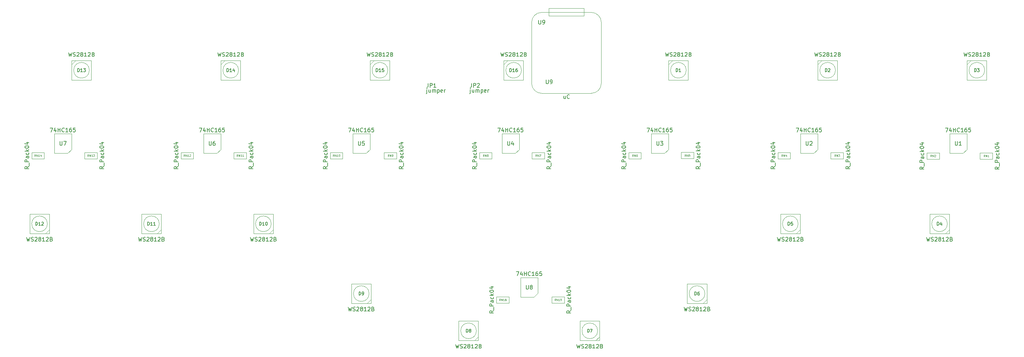
<source format=gbr>
G04 #@! TF.GenerationSoftware,KiCad,Pcbnew,(6.0.6-0)*
G04 #@! TF.CreationDate,2022-08-15T11:25:08-07:00*
G04 #@! TF.ProjectId,purple-owl,70757270-6c65-42d6-9f77-6c2e6b696361,1.0*
G04 #@! TF.SameCoordinates,Original*
G04 #@! TF.FileFunction,AssemblyDrawing,Top*
%FSLAX46Y46*%
G04 Gerber Fmt 4.6, Leading zero omitted, Abs format (unit mm)*
G04 Created by KiCad (PCBNEW (6.0.6-0)) date 2022-08-15 11:25:08*
%MOMM*%
%LPD*%
G01*
G04 APERTURE LIST*
%ADD10C,0.150000*%
%ADD11C,0.075000*%
%ADD12C,0.050000*%
%ADD13C,0.100000*%
G04 APERTURE END LIST*
D10*
G04 #@! TO.C,U9*
X213868095Y-104822926D02*
X213868095Y-105632450D01*
X213915714Y-105727688D01*
X213963333Y-105775307D01*
X214058571Y-105822926D01*
X214249047Y-105822926D01*
X214344285Y-105775307D01*
X214391904Y-105727688D01*
X214439523Y-105632450D01*
X214439523Y-104822926D01*
X214963333Y-105822926D02*
X215153809Y-105822926D01*
X215249047Y-105775307D01*
X215296666Y-105727688D01*
X215391904Y-105584831D01*
X215439523Y-105394355D01*
X215439523Y-105013403D01*
X215391904Y-104918165D01*
X215344285Y-104870546D01*
X215249047Y-104822926D01*
X215058571Y-104822926D01*
X214963333Y-104870546D01*
X214915714Y-104918165D01*
X214868095Y-105013403D01*
X214868095Y-105251498D01*
X214915714Y-105346736D01*
X214963333Y-105394355D01*
X215058571Y-105441974D01*
X215249047Y-105441974D01*
X215344285Y-105394355D01*
X215391904Y-105346736D01*
X215439523Y-105251498D01*
X218789285Y-108966260D02*
X218789285Y-109632926D01*
X218360714Y-108966260D02*
X218360714Y-109490069D01*
X218408333Y-109585307D01*
X218503571Y-109632926D01*
X218646428Y-109632926D01*
X218741666Y-109585307D01*
X218789285Y-109537688D01*
X219836904Y-109537688D02*
X219789285Y-109585307D01*
X219646428Y-109632926D01*
X219551190Y-109632926D01*
X219408333Y-109585307D01*
X219313095Y-109490069D01*
X219265476Y-109394831D01*
X219217857Y-109204355D01*
X219217857Y-109061498D01*
X219265476Y-108871022D01*
X219313095Y-108775784D01*
X219408333Y-108680546D01*
X219551190Y-108632926D01*
X219646428Y-108632926D01*
X219789285Y-108680546D01*
X219836904Y-108728165D01*
X211963095Y-89582926D02*
X211963095Y-90392450D01*
X212010714Y-90487688D01*
X212058333Y-90535307D01*
X212153571Y-90582926D01*
X212344047Y-90582926D01*
X212439285Y-90535307D01*
X212486904Y-90487688D01*
X212534523Y-90392450D01*
X212534523Y-89582926D01*
X213058333Y-90582926D02*
X213248809Y-90582926D01*
X213344047Y-90535307D01*
X213391666Y-90487688D01*
X213486904Y-90344831D01*
X213534523Y-90154355D01*
X213534523Y-89773403D01*
X213486904Y-89678165D01*
X213439285Y-89630546D01*
X213344047Y-89582926D01*
X213153571Y-89582926D01*
X213058333Y-89630546D01*
X213010714Y-89678165D01*
X212963095Y-89773403D01*
X212963095Y-90011498D01*
X213010714Y-90106736D01*
X213058333Y-90154355D01*
X213153571Y-90201974D01*
X213344047Y-90201974D01*
X213439285Y-90154355D01*
X213486904Y-90106736D01*
X213534523Y-90011498D01*
G04 #@! TO.C,RN6*
X234189880Y-127031398D02*
X233713690Y-127364732D01*
X234189880Y-127602827D02*
X233189880Y-127602827D01*
X233189880Y-127221875D01*
X233237500Y-127126636D01*
X233285119Y-127079017D01*
X233380357Y-127031398D01*
X233523214Y-127031398D01*
X233618452Y-127079017D01*
X233666071Y-127126636D01*
X233713690Y-127221875D01*
X233713690Y-127602827D01*
X234285119Y-126840922D02*
X234285119Y-126079017D01*
X234189880Y-125840922D02*
X233189880Y-125840922D01*
X233189880Y-125459970D01*
X233237500Y-125364732D01*
X233285119Y-125317113D01*
X233380357Y-125269494D01*
X233523214Y-125269494D01*
X233618452Y-125317113D01*
X233666071Y-125364732D01*
X233713690Y-125459970D01*
X233713690Y-125840922D01*
X234189880Y-124412351D02*
X233666071Y-124412351D01*
X233570833Y-124459970D01*
X233523214Y-124555208D01*
X233523214Y-124745684D01*
X233570833Y-124840922D01*
X234142261Y-124412351D02*
X234189880Y-124507589D01*
X234189880Y-124745684D01*
X234142261Y-124840922D01*
X234047023Y-124888541D01*
X233951785Y-124888541D01*
X233856547Y-124840922D01*
X233808928Y-124745684D01*
X233808928Y-124507589D01*
X233761309Y-124412351D01*
X234142261Y-123507589D02*
X234189880Y-123602827D01*
X234189880Y-123793303D01*
X234142261Y-123888541D01*
X234094642Y-123936160D01*
X233999404Y-123983779D01*
X233713690Y-123983779D01*
X233618452Y-123936160D01*
X233570833Y-123888541D01*
X233523214Y-123793303D01*
X233523214Y-123602827D01*
X233570833Y-123507589D01*
X234189880Y-123079017D02*
X233189880Y-123079017D01*
X233808928Y-122983779D02*
X234189880Y-122698065D01*
X233523214Y-122698065D02*
X233904166Y-123079017D01*
X233189880Y-122079017D02*
X233189880Y-121983779D01*
X233237500Y-121888541D01*
X233285119Y-121840922D01*
X233380357Y-121793303D01*
X233570833Y-121745684D01*
X233808928Y-121745684D01*
X233999404Y-121793303D01*
X234094642Y-121840922D01*
X234142261Y-121888541D01*
X234189880Y-121983779D01*
X234189880Y-122079017D01*
X234142261Y-122174255D01*
X234094642Y-122221875D01*
X233999404Y-122269494D01*
X233808928Y-122317113D01*
X233570833Y-122317113D01*
X233380357Y-122269494D01*
X233285119Y-122221875D01*
X233237500Y-122174255D01*
X233189880Y-122079017D01*
X233523214Y-120888541D02*
X234189880Y-120888541D01*
X233142261Y-121126636D02*
X233856547Y-121364732D01*
X233856547Y-120745684D01*
D11*
X236192261Y-124448065D02*
X236025595Y-124209970D01*
X235906547Y-124448065D02*
X235906547Y-123948065D01*
X236097023Y-123948065D01*
X236144642Y-123971875D01*
X236168452Y-123995684D01*
X236192261Y-124043303D01*
X236192261Y-124114732D01*
X236168452Y-124162351D01*
X236144642Y-124186160D01*
X236097023Y-124209970D01*
X235906547Y-124209970D01*
X236406547Y-124448065D02*
X236406547Y-123948065D01*
X236692261Y-124448065D01*
X236692261Y-123948065D01*
X237144642Y-123948065D02*
X237049404Y-123948065D01*
X237001785Y-123971875D01*
X236977976Y-123995684D01*
X236930357Y-124067113D01*
X236906547Y-124162351D01*
X236906547Y-124352827D01*
X236930357Y-124400446D01*
X236954166Y-124424255D01*
X237001785Y-124448065D01*
X237097023Y-124448065D01*
X237144642Y-124424255D01*
X237168452Y-124400446D01*
X237192261Y-124352827D01*
X237192261Y-124233779D01*
X237168452Y-124186160D01*
X237144642Y-124162351D01*
X237097023Y-124138541D01*
X237001785Y-124138541D01*
X236954166Y-124162351D01*
X236930357Y-124186160D01*
X236906547Y-124233779D01*
D10*
G04 #@! TO.C,U7*
X87225595Y-117160380D02*
X87892261Y-117160380D01*
X87463690Y-118160380D01*
X88701785Y-117493714D02*
X88701785Y-118160380D01*
X88463690Y-117112761D02*
X88225595Y-117827047D01*
X88844642Y-117827047D01*
X89225595Y-118160380D02*
X89225595Y-117160380D01*
X89225595Y-117636571D02*
X89797023Y-117636571D01*
X89797023Y-118160380D02*
X89797023Y-117160380D01*
X90844642Y-118065142D02*
X90797023Y-118112761D01*
X90654166Y-118160380D01*
X90558928Y-118160380D01*
X90416071Y-118112761D01*
X90320833Y-118017523D01*
X90273214Y-117922285D01*
X90225595Y-117731809D01*
X90225595Y-117588952D01*
X90273214Y-117398476D01*
X90320833Y-117303238D01*
X90416071Y-117208000D01*
X90558928Y-117160380D01*
X90654166Y-117160380D01*
X90797023Y-117208000D01*
X90844642Y-117255619D01*
X91797023Y-118160380D02*
X91225595Y-118160380D01*
X91511309Y-118160380D02*
X91511309Y-117160380D01*
X91416071Y-117303238D01*
X91320833Y-117398476D01*
X91225595Y-117446095D01*
X92654166Y-117160380D02*
X92463690Y-117160380D01*
X92368452Y-117208000D01*
X92320833Y-117255619D01*
X92225595Y-117398476D01*
X92177976Y-117588952D01*
X92177976Y-117969904D01*
X92225595Y-118065142D01*
X92273214Y-118112761D01*
X92368452Y-118160380D01*
X92558928Y-118160380D01*
X92654166Y-118112761D01*
X92701785Y-118065142D01*
X92749404Y-117969904D01*
X92749404Y-117731809D01*
X92701785Y-117636571D01*
X92654166Y-117588952D01*
X92558928Y-117541333D01*
X92368452Y-117541333D01*
X92273214Y-117588952D01*
X92225595Y-117636571D01*
X92177976Y-117731809D01*
X93654166Y-117160380D02*
X93177976Y-117160380D01*
X93130357Y-117636571D01*
X93177976Y-117588952D01*
X93273214Y-117541333D01*
X93511309Y-117541333D01*
X93606547Y-117588952D01*
X93654166Y-117636571D01*
X93701785Y-117731809D01*
X93701785Y-117969904D01*
X93654166Y-118065142D01*
X93606547Y-118112761D01*
X93511309Y-118160380D01*
X93273214Y-118160380D01*
X93177976Y-118112761D01*
X93130357Y-118065142D01*
X89725595Y-120610380D02*
X89725595Y-121419904D01*
X89773214Y-121515142D01*
X89820833Y-121562761D01*
X89916071Y-121610380D01*
X90106547Y-121610380D01*
X90201785Y-121562761D01*
X90249404Y-121515142D01*
X90297023Y-121419904D01*
X90297023Y-120610380D01*
X90677976Y-120610380D02*
X91344642Y-120610380D01*
X90916071Y-121610380D01*
G04 #@! TO.C,D10*
X138374851Y-145136755D02*
X138612946Y-146136755D01*
X138803422Y-145422470D01*
X138993898Y-146136755D01*
X139231994Y-145136755D01*
X139565327Y-146089136D02*
X139708184Y-146136755D01*
X139946279Y-146136755D01*
X140041517Y-146089136D01*
X140089136Y-146041517D01*
X140136755Y-145946279D01*
X140136755Y-145851041D01*
X140089136Y-145755803D01*
X140041517Y-145708184D01*
X139946279Y-145660565D01*
X139755803Y-145612946D01*
X139660565Y-145565327D01*
X139612946Y-145517708D01*
X139565327Y-145422470D01*
X139565327Y-145327232D01*
X139612946Y-145231994D01*
X139660565Y-145184375D01*
X139755803Y-145136755D01*
X139993898Y-145136755D01*
X140136755Y-145184375D01*
X140517708Y-145231994D02*
X140565327Y-145184375D01*
X140660565Y-145136755D01*
X140898660Y-145136755D01*
X140993898Y-145184375D01*
X141041517Y-145231994D01*
X141089136Y-145327232D01*
X141089136Y-145422470D01*
X141041517Y-145565327D01*
X140470089Y-146136755D01*
X141089136Y-146136755D01*
X141660565Y-145565327D02*
X141565327Y-145517708D01*
X141517708Y-145470089D01*
X141470089Y-145374851D01*
X141470089Y-145327232D01*
X141517708Y-145231994D01*
X141565327Y-145184375D01*
X141660565Y-145136755D01*
X141851041Y-145136755D01*
X141946279Y-145184375D01*
X141993898Y-145231994D01*
X142041517Y-145327232D01*
X142041517Y-145374851D01*
X141993898Y-145470089D01*
X141946279Y-145517708D01*
X141851041Y-145565327D01*
X141660565Y-145565327D01*
X141565327Y-145612946D01*
X141517708Y-145660565D01*
X141470089Y-145755803D01*
X141470089Y-145946279D01*
X141517708Y-146041517D01*
X141565327Y-146089136D01*
X141660565Y-146136755D01*
X141851041Y-146136755D01*
X141946279Y-146089136D01*
X141993898Y-146041517D01*
X142041517Y-145946279D01*
X142041517Y-145755803D01*
X141993898Y-145660565D01*
X141946279Y-145612946D01*
X141851041Y-145565327D01*
X142993898Y-146136755D02*
X142422470Y-146136755D01*
X142708184Y-146136755D02*
X142708184Y-145136755D01*
X142612946Y-145279613D01*
X142517708Y-145374851D01*
X142422470Y-145422470D01*
X143374851Y-145231994D02*
X143422470Y-145184375D01*
X143517708Y-145136755D01*
X143755803Y-145136755D01*
X143851041Y-145184375D01*
X143898660Y-145231994D01*
X143946279Y-145327232D01*
X143946279Y-145422470D01*
X143898660Y-145565327D01*
X143327232Y-146136755D01*
X143946279Y-146136755D01*
X144708184Y-145612946D02*
X144851041Y-145660565D01*
X144898660Y-145708184D01*
X144946279Y-145803422D01*
X144946279Y-145946279D01*
X144898660Y-146041517D01*
X144851041Y-146089136D01*
X144755803Y-146136755D01*
X144374851Y-146136755D01*
X144374851Y-145136755D01*
X144708184Y-145136755D01*
X144803422Y-145184375D01*
X144851041Y-145231994D01*
X144898660Y-145327232D01*
X144898660Y-145422470D01*
X144851041Y-145517708D01*
X144803422Y-145565327D01*
X144708184Y-145612946D01*
X144374851Y-145612946D01*
X140712946Y-142046279D02*
X140712946Y-141246279D01*
X140903422Y-141246279D01*
X141017708Y-141284375D01*
X141093898Y-141360565D01*
X141131994Y-141436755D01*
X141170089Y-141589136D01*
X141170089Y-141703422D01*
X141131994Y-141855803D01*
X141093898Y-141931994D01*
X141017708Y-142008184D01*
X140903422Y-142046279D01*
X140712946Y-142046279D01*
X141931994Y-142046279D02*
X141474851Y-142046279D01*
X141703422Y-142046279D02*
X141703422Y-141246279D01*
X141627232Y-141360565D01*
X141551041Y-141436755D01*
X141474851Y-141474851D01*
X142427232Y-141246279D02*
X142503422Y-141246279D01*
X142579613Y-141284375D01*
X142617708Y-141322470D01*
X142655803Y-141398660D01*
X142693898Y-141551041D01*
X142693898Y-141741517D01*
X142655803Y-141893898D01*
X142617708Y-141970089D01*
X142579613Y-142008184D01*
X142503422Y-142046279D01*
X142427232Y-142046279D01*
X142351041Y-142008184D01*
X142312946Y-141970089D01*
X142274851Y-141893898D01*
X142236755Y-141741517D01*
X142236755Y-141551041D01*
X142274851Y-141398660D01*
X142312946Y-141322470D01*
X142351041Y-141284375D01*
X142427232Y-141246279D01*
G04 #@! TO.C,JP1*
X183427976Y-107354714D02*
X183427976Y-108211857D01*
X183380357Y-108307095D01*
X183285119Y-108354714D01*
X183237500Y-108354714D01*
X183427976Y-107021380D02*
X183380357Y-107069000D01*
X183427976Y-107116619D01*
X183475595Y-107069000D01*
X183427976Y-107021380D01*
X183427976Y-107116619D01*
X184332738Y-107354714D02*
X184332738Y-108021380D01*
X183904166Y-107354714D02*
X183904166Y-107878523D01*
X183951785Y-107973761D01*
X184047023Y-108021380D01*
X184189880Y-108021380D01*
X184285119Y-107973761D01*
X184332738Y-107926142D01*
X184808928Y-108021380D02*
X184808928Y-107354714D01*
X184808928Y-107449952D02*
X184856547Y-107402333D01*
X184951785Y-107354714D01*
X185094642Y-107354714D01*
X185189880Y-107402333D01*
X185237500Y-107497571D01*
X185237500Y-108021380D01*
X185237500Y-107497571D02*
X185285119Y-107402333D01*
X185380357Y-107354714D01*
X185523214Y-107354714D01*
X185618452Y-107402333D01*
X185666071Y-107497571D01*
X185666071Y-108021380D01*
X186142261Y-107354714D02*
X186142261Y-108354714D01*
X186142261Y-107402333D02*
X186237500Y-107354714D01*
X186427976Y-107354714D01*
X186523214Y-107402333D01*
X186570833Y-107449952D01*
X186618452Y-107545190D01*
X186618452Y-107830904D01*
X186570833Y-107926142D01*
X186523214Y-107973761D01*
X186427976Y-108021380D01*
X186237500Y-108021380D01*
X186142261Y-107973761D01*
X187427976Y-107973761D02*
X187332738Y-108021380D01*
X187142261Y-108021380D01*
X187047023Y-107973761D01*
X186999404Y-107878523D01*
X186999404Y-107497571D01*
X187047023Y-107402333D01*
X187142261Y-107354714D01*
X187332738Y-107354714D01*
X187427976Y-107402333D01*
X187475595Y-107497571D01*
X187475595Y-107592809D01*
X186999404Y-107688047D01*
X187904166Y-108021380D02*
X187904166Y-107354714D01*
X187904166Y-107545190D02*
X187951785Y-107449952D01*
X187999404Y-107402333D01*
X188094642Y-107354714D01*
X188189880Y-107354714D01*
X183761166Y-105751380D02*
X183761166Y-106465666D01*
X183713547Y-106608523D01*
X183618309Y-106703761D01*
X183475452Y-106751380D01*
X183380214Y-106751380D01*
X184237357Y-106751380D02*
X184237357Y-105751380D01*
X184618309Y-105751380D01*
X184713547Y-105799000D01*
X184761166Y-105846619D01*
X184808785Y-105941857D01*
X184808785Y-106084714D01*
X184761166Y-106179952D01*
X184713547Y-106227571D01*
X184618309Y-106275190D01*
X184237357Y-106275190D01*
X185761166Y-106751380D02*
X185189738Y-106751380D01*
X185475452Y-106751380D02*
X185475452Y-105751380D01*
X185380214Y-105894238D01*
X185284976Y-105989476D01*
X185189738Y-106037095D01*
G04 #@! TO.C,U4*
X201525595Y-117160380D02*
X202192261Y-117160380D01*
X201763690Y-118160380D01*
X203001785Y-117493714D02*
X203001785Y-118160380D01*
X202763690Y-117112761D02*
X202525595Y-117827047D01*
X203144642Y-117827047D01*
X203525595Y-118160380D02*
X203525595Y-117160380D01*
X203525595Y-117636571D02*
X204097023Y-117636571D01*
X204097023Y-118160380D02*
X204097023Y-117160380D01*
X205144642Y-118065142D02*
X205097023Y-118112761D01*
X204954166Y-118160380D01*
X204858928Y-118160380D01*
X204716071Y-118112761D01*
X204620833Y-118017523D01*
X204573214Y-117922285D01*
X204525595Y-117731809D01*
X204525595Y-117588952D01*
X204573214Y-117398476D01*
X204620833Y-117303238D01*
X204716071Y-117208000D01*
X204858928Y-117160380D01*
X204954166Y-117160380D01*
X205097023Y-117208000D01*
X205144642Y-117255619D01*
X206097023Y-118160380D02*
X205525595Y-118160380D01*
X205811309Y-118160380D02*
X205811309Y-117160380D01*
X205716071Y-117303238D01*
X205620833Y-117398476D01*
X205525595Y-117446095D01*
X206954166Y-117160380D02*
X206763690Y-117160380D01*
X206668452Y-117208000D01*
X206620833Y-117255619D01*
X206525595Y-117398476D01*
X206477976Y-117588952D01*
X206477976Y-117969904D01*
X206525595Y-118065142D01*
X206573214Y-118112761D01*
X206668452Y-118160380D01*
X206858928Y-118160380D01*
X206954166Y-118112761D01*
X207001785Y-118065142D01*
X207049404Y-117969904D01*
X207049404Y-117731809D01*
X207001785Y-117636571D01*
X206954166Y-117588952D01*
X206858928Y-117541333D01*
X206668452Y-117541333D01*
X206573214Y-117588952D01*
X206525595Y-117636571D01*
X206477976Y-117731809D01*
X207954166Y-117160380D02*
X207477976Y-117160380D01*
X207430357Y-117636571D01*
X207477976Y-117588952D01*
X207573214Y-117541333D01*
X207811309Y-117541333D01*
X207906547Y-117588952D01*
X207954166Y-117636571D01*
X208001785Y-117731809D01*
X208001785Y-117969904D01*
X207954166Y-118065142D01*
X207906547Y-118112761D01*
X207811309Y-118160380D01*
X207573214Y-118160380D01*
X207477976Y-118112761D01*
X207430357Y-118065142D01*
X204025595Y-120610380D02*
X204025595Y-121419904D01*
X204073214Y-121515142D01*
X204120833Y-121562761D01*
X204216071Y-121610380D01*
X204406547Y-121610380D01*
X204501785Y-121562761D01*
X204549404Y-121515142D01*
X204597023Y-121419904D01*
X204597023Y-120610380D01*
X205501785Y-120943714D02*
X205501785Y-121610380D01*
X205263690Y-120562761D02*
X205025595Y-121277047D01*
X205644642Y-121277047D01*
G04 #@! TO.C,U5*
X163425595Y-117160380D02*
X164092261Y-117160380D01*
X163663690Y-118160380D01*
X164901785Y-117493714D02*
X164901785Y-118160380D01*
X164663690Y-117112761D02*
X164425595Y-117827047D01*
X165044642Y-117827047D01*
X165425595Y-118160380D02*
X165425595Y-117160380D01*
X165425595Y-117636571D02*
X165997023Y-117636571D01*
X165997023Y-118160380D02*
X165997023Y-117160380D01*
X167044642Y-118065142D02*
X166997023Y-118112761D01*
X166854166Y-118160380D01*
X166758928Y-118160380D01*
X166616071Y-118112761D01*
X166520833Y-118017523D01*
X166473214Y-117922285D01*
X166425595Y-117731809D01*
X166425595Y-117588952D01*
X166473214Y-117398476D01*
X166520833Y-117303238D01*
X166616071Y-117208000D01*
X166758928Y-117160380D01*
X166854166Y-117160380D01*
X166997023Y-117208000D01*
X167044642Y-117255619D01*
X167997023Y-118160380D02*
X167425595Y-118160380D01*
X167711309Y-118160380D02*
X167711309Y-117160380D01*
X167616071Y-117303238D01*
X167520833Y-117398476D01*
X167425595Y-117446095D01*
X168854166Y-117160380D02*
X168663690Y-117160380D01*
X168568452Y-117208000D01*
X168520833Y-117255619D01*
X168425595Y-117398476D01*
X168377976Y-117588952D01*
X168377976Y-117969904D01*
X168425595Y-118065142D01*
X168473214Y-118112761D01*
X168568452Y-118160380D01*
X168758928Y-118160380D01*
X168854166Y-118112761D01*
X168901785Y-118065142D01*
X168949404Y-117969904D01*
X168949404Y-117731809D01*
X168901785Y-117636571D01*
X168854166Y-117588952D01*
X168758928Y-117541333D01*
X168568452Y-117541333D01*
X168473214Y-117588952D01*
X168425595Y-117636571D01*
X168377976Y-117731809D01*
X169854166Y-117160380D02*
X169377976Y-117160380D01*
X169330357Y-117636571D01*
X169377976Y-117588952D01*
X169473214Y-117541333D01*
X169711309Y-117541333D01*
X169806547Y-117588952D01*
X169854166Y-117636571D01*
X169901785Y-117731809D01*
X169901785Y-117969904D01*
X169854166Y-118065142D01*
X169806547Y-118112761D01*
X169711309Y-118160380D01*
X169473214Y-118160380D01*
X169377976Y-118112761D01*
X169330357Y-118065142D01*
X165925595Y-120610380D02*
X165925595Y-121419904D01*
X165973214Y-121515142D01*
X166020833Y-121562761D01*
X166116071Y-121610380D01*
X166306547Y-121610380D01*
X166401785Y-121562761D01*
X166449404Y-121515142D01*
X166497023Y-121419904D01*
X166497023Y-120610380D01*
X167449404Y-120610380D02*
X166973214Y-120610380D01*
X166925595Y-121086571D01*
X166973214Y-121038952D01*
X167068452Y-120991333D01*
X167306547Y-120991333D01*
X167401785Y-121038952D01*
X167449404Y-121086571D01*
X167497023Y-121181809D01*
X167497023Y-121419904D01*
X167449404Y-121515142D01*
X167401785Y-121562761D01*
X167306547Y-121610380D01*
X167068452Y-121610380D01*
X166973214Y-121562761D01*
X166925595Y-121515142D01*
G04 #@! TO.C,D15*
X168140476Y-97846130D02*
X168378571Y-98846130D01*
X168569047Y-98131845D01*
X168759523Y-98846130D01*
X168997619Y-97846130D01*
X169330952Y-98798511D02*
X169473809Y-98846130D01*
X169711904Y-98846130D01*
X169807142Y-98798511D01*
X169854761Y-98750892D01*
X169902380Y-98655654D01*
X169902380Y-98560416D01*
X169854761Y-98465178D01*
X169807142Y-98417559D01*
X169711904Y-98369940D01*
X169521428Y-98322321D01*
X169426190Y-98274702D01*
X169378571Y-98227083D01*
X169330952Y-98131845D01*
X169330952Y-98036607D01*
X169378571Y-97941369D01*
X169426190Y-97893750D01*
X169521428Y-97846130D01*
X169759523Y-97846130D01*
X169902380Y-97893750D01*
X170283333Y-97941369D02*
X170330952Y-97893750D01*
X170426190Y-97846130D01*
X170664285Y-97846130D01*
X170759523Y-97893750D01*
X170807142Y-97941369D01*
X170854761Y-98036607D01*
X170854761Y-98131845D01*
X170807142Y-98274702D01*
X170235714Y-98846130D01*
X170854761Y-98846130D01*
X171426190Y-98274702D02*
X171330952Y-98227083D01*
X171283333Y-98179464D01*
X171235714Y-98084226D01*
X171235714Y-98036607D01*
X171283333Y-97941369D01*
X171330952Y-97893750D01*
X171426190Y-97846130D01*
X171616666Y-97846130D01*
X171711904Y-97893750D01*
X171759523Y-97941369D01*
X171807142Y-98036607D01*
X171807142Y-98084226D01*
X171759523Y-98179464D01*
X171711904Y-98227083D01*
X171616666Y-98274702D01*
X171426190Y-98274702D01*
X171330952Y-98322321D01*
X171283333Y-98369940D01*
X171235714Y-98465178D01*
X171235714Y-98655654D01*
X171283333Y-98750892D01*
X171330952Y-98798511D01*
X171426190Y-98846130D01*
X171616666Y-98846130D01*
X171711904Y-98798511D01*
X171759523Y-98750892D01*
X171807142Y-98655654D01*
X171807142Y-98465178D01*
X171759523Y-98369940D01*
X171711904Y-98322321D01*
X171616666Y-98274702D01*
X172759523Y-98846130D02*
X172188095Y-98846130D01*
X172473809Y-98846130D02*
X172473809Y-97846130D01*
X172378571Y-97988988D01*
X172283333Y-98084226D01*
X172188095Y-98131845D01*
X173140476Y-97941369D02*
X173188095Y-97893750D01*
X173283333Y-97846130D01*
X173521428Y-97846130D01*
X173616666Y-97893750D01*
X173664285Y-97941369D01*
X173711904Y-98036607D01*
X173711904Y-98131845D01*
X173664285Y-98274702D01*
X173092857Y-98846130D01*
X173711904Y-98846130D01*
X174473809Y-98322321D02*
X174616666Y-98369940D01*
X174664285Y-98417559D01*
X174711904Y-98512797D01*
X174711904Y-98655654D01*
X174664285Y-98750892D01*
X174616666Y-98798511D01*
X174521428Y-98846130D01*
X174140476Y-98846130D01*
X174140476Y-97846130D01*
X174473809Y-97846130D01*
X174569047Y-97893750D01*
X174616666Y-97941369D01*
X174664285Y-98036607D01*
X174664285Y-98131845D01*
X174616666Y-98227083D01*
X174569047Y-98274702D01*
X174473809Y-98322321D01*
X174140476Y-98322321D01*
X170478571Y-102755654D02*
X170478571Y-101955654D01*
X170669047Y-101955654D01*
X170783333Y-101993750D01*
X170859523Y-102069940D01*
X170897619Y-102146130D01*
X170935714Y-102298511D01*
X170935714Y-102412797D01*
X170897619Y-102565178D01*
X170859523Y-102641369D01*
X170783333Y-102717559D01*
X170669047Y-102755654D01*
X170478571Y-102755654D01*
X171697619Y-102755654D02*
X171240476Y-102755654D01*
X171469047Y-102755654D02*
X171469047Y-101955654D01*
X171392857Y-102069940D01*
X171316666Y-102146130D01*
X171240476Y-102184226D01*
X172421428Y-101955654D02*
X172040476Y-101955654D01*
X172002380Y-102336607D01*
X172040476Y-102298511D01*
X172116666Y-102260416D01*
X172307142Y-102260416D01*
X172383333Y-102298511D01*
X172421428Y-102336607D01*
X172459523Y-102412797D01*
X172459523Y-102603273D01*
X172421428Y-102679464D01*
X172383333Y-102717559D01*
X172307142Y-102755654D01*
X172116666Y-102755654D01*
X172040476Y-102717559D01*
X172002380Y-102679464D01*
G04 #@! TO.C,RN1*
X329515380Y-127142523D02*
X329039190Y-127475857D01*
X329515380Y-127713952D02*
X328515380Y-127713952D01*
X328515380Y-127333000D01*
X328563000Y-127237761D01*
X328610619Y-127190142D01*
X328705857Y-127142523D01*
X328848714Y-127142523D01*
X328943952Y-127190142D01*
X328991571Y-127237761D01*
X329039190Y-127333000D01*
X329039190Y-127713952D01*
X329610619Y-126952047D02*
X329610619Y-126190142D01*
X329515380Y-125952047D02*
X328515380Y-125952047D01*
X328515380Y-125571095D01*
X328563000Y-125475857D01*
X328610619Y-125428238D01*
X328705857Y-125380619D01*
X328848714Y-125380619D01*
X328943952Y-125428238D01*
X328991571Y-125475857D01*
X329039190Y-125571095D01*
X329039190Y-125952047D01*
X329515380Y-124523476D02*
X328991571Y-124523476D01*
X328896333Y-124571095D01*
X328848714Y-124666333D01*
X328848714Y-124856809D01*
X328896333Y-124952047D01*
X329467761Y-124523476D02*
X329515380Y-124618714D01*
X329515380Y-124856809D01*
X329467761Y-124952047D01*
X329372523Y-124999666D01*
X329277285Y-124999666D01*
X329182047Y-124952047D01*
X329134428Y-124856809D01*
X329134428Y-124618714D01*
X329086809Y-124523476D01*
X329467761Y-123618714D02*
X329515380Y-123713952D01*
X329515380Y-123904428D01*
X329467761Y-123999666D01*
X329420142Y-124047285D01*
X329324904Y-124094904D01*
X329039190Y-124094904D01*
X328943952Y-124047285D01*
X328896333Y-123999666D01*
X328848714Y-123904428D01*
X328848714Y-123713952D01*
X328896333Y-123618714D01*
X329515380Y-123190142D02*
X328515380Y-123190142D01*
X329134428Y-123094904D02*
X329515380Y-122809190D01*
X328848714Y-122809190D02*
X329229666Y-123190142D01*
X328515380Y-122190142D02*
X328515380Y-122094904D01*
X328563000Y-121999666D01*
X328610619Y-121952047D01*
X328705857Y-121904428D01*
X328896333Y-121856809D01*
X329134428Y-121856809D01*
X329324904Y-121904428D01*
X329420142Y-121952047D01*
X329467761Y-121999666D01*
X329515380Y-122094904D01*
X329515380Y-122190142D01*
X329467761Y-122285380D01*
X329420142Y-122333000D01*
X329324904Y-122380619D01*
X329134428Y-122428238D01*
X328896333Y-122428238D01*
X328705857Y-122380619D01*
X328610619Y-122333000D01*
X328563000Y-122285380D01*
X328515380Y-122190142D01*
X328848714Y-120999666D02*
X329515380Y-120999666D01*
X328467761Y-121237761D02*
X329182047Y-121475857D01*
X329182047Y-120856809D01*
D11*
X325917761Y-124559190D02*
X325751095Y-124321095D01*
X325632047Y-124559190D02*
X325632047Y-124059190D01*
X325822523Y-124059190D01*
X325870142Y-124083000D01*
X325893952Y-124106809D01*
X325917761Y-124154428D01*
X325917761Y-124225857D01*
X325893952Y-124273476D01*
X325870142Y-124297285D01*
X325822523Y-124321095D01*
X325632047Y-124321095D01*
X326132047Y-124559190D02*
X326132047Y-124059190D01*
X326417761Y-124559190D01*
X326417761Y-124059190D01*
X326917761Y-124559190D02*
X326632047Y-124559190D01*
X326774904Y-124559190D02*
X326774904Y-124059190D01*
X326727285Y-124130619D01*
X326679666Y-124178238D01*
X326632047Y-124202047D01*
D10*
G04 #@! TO.C,RN9*
X177369380Y-127031398D02*
X176893190Y-127364732D01*
X177369380Y-127602827D02*
X176369380Y-127602827D01*
X176369380Y-127221875D01*
X176417000Y-127126636D01*
X176464619Y-127079017D01*
X176559857Y-127031398D01*
X176702714Y-127031398D01*
X176797952Y-127079017D01*
X176845571Y-127126636D01*
X176893190Y-127221875D01*
X176893190Y-127602827D01*
X177464619Y-126840922D02*
X177464619Y-126079017D01*
X177369380Y-125840922D02*
X176369380Y-125840922D01*
X176369380Y-125459970D01*
X176417000Y-125364732D01*
X176464619Y-125317113D01*
X176559857Y-125269494D01*
X176702714Y-125269494D01*
X176797952Y-125317113D01*
X176845571Y-125364732D01*
X176893190Y-125459970D01*
X176893190Y-125840922D01*
X177369380Y-124412351D02*
X176845571Y-124412351D01*
X176750333Y-124459970D01*
X176702714Y-124555208D01*
X176702714Y-124745684D01*
X176750333Y-124840922D01*
X177321761Y-124412351D02*
X177369380Y-124507589D01*
X177369380Y-124745684D01*
X177321761Y-124840922D01*
X177226523Y-124888541D01*
X177131285Y-124888541D01*
X177036047Y-124840922D01*
X176988428Y-124745684D01*
X176988428Y-124507589D01*
X176940809Y-124412351D01*
X177321761Y-123507589D02*
X177369380Y-123602827D01*
X177369380Y-123793303D01*
X177321761Y-123888541D01*
X177274142Y-123936160D01*
X177178904Y-123983779D01*
X176893190Y-123983779D01*
X176797952Y-123936160D01*
X176750333Y-123888541D01*
X176702714Y-123793303D01*
X176702714Y-123602827D01*
X176750333Y-123507589D01*
X177369380Y-123079017D02*
X176369380Y-123079017D01*
X176988428Y-122983779D02*
X177369380Y-122698065D01*
X176702714Y-122698065D02*
X177083666Y-123079017D01*
X176369380Y-122079017D02*
X176369380Y-121983779D01*
X176417000Y-121888541D01*
X176464619Y-121840922D01*
X176559857Y-121793303D01*
X176750333Y-121745684D01*
X176988428Y-121745684D01*
X177178904Y-121793303D01*
X177274142Y-121840922D01*
X177321761Y-121888541D01*
X177369380Y-121983779D01*
X177369380Y-122079017D01*
X177321761Y-122174255D01*
X177274142Y-122221875D01*
X177178904Y-122269494D01*
X176988428Y-122317113D01*
X176750333Y-122317113D01*
X176559857Y-122269494D01*
X176464619Y-122221875D01*
X176417000Y-122174255D01*
X176369380Y-122079017D01*
X176702714Y-120888541D02*
X177369380Y-120888541D01*
X176321761Y-121126636D02*
X177036047Y-121364732D01*
X177036047Y-120745684D01*
D11*
X173771761Y-124448065D02*
X173605095Y-124209970D01*
X173486047Y-124448065D02*
X173486047Y-123948065D01*
X173676523Y-123948065D01*
X173724142Y-123971875D01*
X173747952Y-123995684D01*
X173771761Y-124043303D01*
X173771761Y-124114732D01*
X173747952Y-124162351D01*
X173724142Y-124186160D01*
X173676523Y-124209970D01*
X173486047Y-124209970D01*
X173986047Y-124448065D02*
X173986047Y-123948065D01*
X174271761Y-124448065D01*
X174271761Y-123948065D01*
X174533666Y-124448065D02*
X174628904Y-124448065D01*
X174676523Y-124424255D01*
X174700333Y-124400446D01*
X174747952Y-124329017D01*
X174771761Y-124233779D01*
X174771761Y-124043303D01*
X174747952Y-123995684D01*
X174724142Y-123971875D01*
X174676523Y-123948065D01*
X174581285Y-123948065D01*
X174533666Y-123971875D01*
X174509857Y-123995684D01*
X174486047Y-124043303D01*
X174486047Y-124162351D01*
X174509857Y-124209970D01*
X174533666Y-124233779D01*
X174581285Y-124257589D01*
X174676523Y-124257589D01*
X174724142Y-124233779D01*
X174747952Y-124209970D01*
X174771761Y-124162351D01*
D10*
G04 #@! TO.C,U1*
X315825595Y-117160380D02*
X316492261Y-117160380D01*
X316063690Y-118160380D01*
X317301785Y-117493714D02*
X317301785Y-118160380D01*
X317063690Y-117112761D02*
X316825595Y-117827047D01*
X317444642Y-117827047D01*
X317825595Y-118160380D02*
X317825595Y-117160380D01*
X317825595Y-117636571D02*
X318397023Y-117636571D01*
X318397023Y-118160380D02*
X318397023Y-117160380D01*
X319444642Y-118065142D02*
X319397023Y-118112761D01*
X319254166Y-118160380D01*
X319158928Y-118160380D01*
X319016071Y-118112761D01*
X318920833Y-118017523D01*
X318873214Y-117922285D01*
X318825595Y-117731809D01*
X318825595Y-117588952D01*
X318873214Y-117398476D01*
X318920833Y-117303238D01*
X319016071Y-117208000D01*
X319158928Y-117160380D01*
X319254166Y-117160380D01*
X319397023Y-117208000D01*
X319444642Y-117255619D01*
X320397023Y-118160380D02*
X319825595Y-118160380D01*
X320111309Y-118160380D02*
X320111309Y-117160380D01*
X320016071Y-117303238D01*
X319920833Y-117398476D01*
X319825595Y-117446095D01*
X321254166Y-117160380D02*
X321063690Y-117160380D01*
X320968452Y-117208000D01*
X320920833Y-117255619D01*
X320825595Y-117398476D01*
X320777976Y-117588952D01*
X320777976Y-117969904D01*
X320825595Y-118065142D01*
X320873214Y-118112761D01*
X320968452Y-118160380D01*
X321158928Y-118160380D01*
X321254166Y-118112761D01*
X321301785Y-118065142D01*
X321349404Y-117969904D01*
X321349404Y-117731809D01*
X321301785Y-117636571D01*
X321254166Y-117588952D01*
X321158928Y-117541333D01*
X320968452Y-117541333D01*
X320873214Y-117588952D01*
X320825595Y-117636571D01*
X320777976Y-117731809D01*
X322254166Y-117160380D02*
X321777976Y-117160380D01*
X321730357Y-117636571D01*
X321777976Y-117588952D01*
X321873214Y-117541333D01*
X322111309Y-117541333D01*
X322206547Y-117588952D01*
X322254166Y-117636571D01*
X322301785Y-117731809D01*
X322301785Y-117969904D01*
X322254166Y-118065142D01*
X322206547Y-118112761D01*
X322111309Y-118160380D01*
X321873214Y-118160380D01*
X321777976Y-118112761D01*
X321730357Y-118065142D01*
X318325595Y-120610380D02*
X318325595Y-121419904D01*
X318373214Y-121515142D01*
X318420833Y-121562761D01*
X318516071Y-121610380D01*
X318706547Y-121610380D01*
X318801785Y-121562761D01*
X318849404Y-121515142D01*
X318897023Y-121419904D01*
X318897023Y-120610380D01*
X319897023Y-121610380D02*
X319325595Y-121610380D01*
X319611309Y-121610380D02*
X319611309Y-120610380D01*
X319516071Y-120753238D01*
X319420833Y-120848476D01*
X319325595Y-120896095D01*
G04 #@! TO.C,U6*
X125325595Y-117160380D02*
X125992261Y-117160380D01*
X125563690Y-118160380D01*
X126801785Y-117493714D02*
X126801785Y-118160380D01*
X126563690Y-117112761D02*
X126325595Y-117827047D01*
X126944642Y-117827047D01*
X127325595Y-118160380D02*
X127325595Y-117160380D01*
X127325595Y-117636571D02*
X127897023Y-117636571D01*
X127897023Y-118160380D02*
X127897023Y-117160380D01*
X128944642Y-118065142D02*
X128897023Y-118112761D01*
X128754166Y-118160380D01*
X128658928Y-118160380D01*
X128516071Y-118112761D01*
X128420833Y-118017523D01*
X128373214Y-117922285D01*
X128325595Y-117731809D01*
X128325595Y-117588952D01*
X128373214Y-117398476D01*
X128420833Y-117303238D01*
X128516071Y-117208000D01*
X128658928Y-117160380D01*
X128754166Y-117160380D01*
X128897023Y-117208000D01*
X128944642Y-117255619D01*
X129897023Y-118160380D02*
X129325595Y-118160380D01*
X129611309Y-118160380D02*
X129611309Y-117160380D01*
X129516071Y-117303238D01*
X129420833Y-117398476D01*
X129325595Y-117446095D01*
X130754166Y-117160380D02*
X130563690Y-117160380D01*
X130468452Y-117208000D01*
X130420833Y-117255619D01*
X130325595Y-117398476D01*
X130277976Y-117588952D01*
X130277976Y-117969904D01*
X130325595Y-118065142D01*
X130373214Y-118112761D01*
X130468452Y-118160380D01*
X130658928Y-118160380D01*
X130754166Y-118112761D01*
X130801785Y-118065142D01*
X130849404Y-117969904D01*
X130849404Y-117731809D01*
X130801785Y-117636571D01*
X130754166Y-117588952D01*
X130658928Y-117541333D01*
X130468452Y-117541333D01*
X130373214Y-117588952D01*
X130325595Y-117636571D01*
X130277976Y-117731809D01*
X131754166Y-117160380D02*
X131277976Y-117160380D01*
X131230357Y-117636571D01*
X131277976Y-117588952D01*
X131373214Y-117541333D01*
X131611309Y-117541333D01*
X131706547Y-117588952D01*
X131754166Y-117636571D01*
X131801785Y-117731809D01*
X131801785Y-117969904D01*
X131754166Y-118065142D01*
X131706547Y-118112761D01*
X131611309Y-118160380D01*
X131373214Y-118160380D01*
X131277976Y-118112761D01*
X131230357Y-118065142D01*
X127825595Y-120610380D02*
X127825595Y-121419904D01*
X127873214Y-121515142D01*
X127920833Y-121562761D01*
X128016071Y-121610380D01*
X128206547Y-121610380D01*
X128301785Y-121562761D01*
X128349404Y-121515142D01*
X128397023Y-121419904D01*
X128397023Y-120610380D01*
X129301785Y-120610380D02*
X129111309Y-120610380D01*
X129016071Y-120658000D01*
X128968452Y-120705619D01*
X128873214Y-120848476D01*
X128825595Y-121038952D01*
X128825595Y-121419904D01*
X128873214Y-121515142D01*
X128920833Y-121562761D01*
X129016071Y-121610380D01*
X129206547Y-121610380D01*
X129301785Y-121562761D01*
X129349404Y-121515142D01*
X129397023Y-121419904D01*
X129397023Y-121181809D01*
X129349404Y-121086571D01*
X129301785Y-121038952D01*
X129206547Y-120991333D01*
X129016071Y-120991333D01*
X128920833Y-121038952D01*
X128873214Y-121086571D01*
X128825595Y-121181809D01*
G04 #@! TO.C,RN10*
X157989880Y-127031398D02*
X157513690Y-127364732D01*
X157989880Y-127602827D02*
X156989880Y-127602827D01*
X156989880Y-127221875D01*
X157037500Y-127126636D01*
X157085119Y-127079017D01*
X157180357Y-127031398D01*
X157323214Y-127031398D01*
X157418452Y-127079017D01*
X157466071Y-127126636D01*
X157513690Y-127221875D01*
X157513690Y-127602827D01*
X158085119Y-126840922D02*
X158085119Y-126079017D01*
X157989880Y-125840922D02*
X156989880Y-125840922D01*
X156989880Y-125459970D01*
X157037500Y-125364732D01*
X157085119Y-125317113D01*
X157180357Y-125269494D01*
X157323214Y-125269494D01*
X157418452Y-125317113D01*
X157466071Y-125364732D01*
X157513690Y-125459970D01*
X157513690Y-125840922D01*
X157989880Y-124412351D02*
X157466071Y-124412351D01*
X157370833Y-124459970D01*
X157323214Y-124555208D01*
X157323214Y-124745684D01*
X157370833Y-124840922D01*
X157942261Y-124412351D02*
X157989880Y-124507589D01*
X157989880Y-124745684D01*
X157942261Y-124840922D01*
X157847023Y-124888541D01*
X157751785Y-124888541D01*
X157656547Y-124840922D01*
X157608928Y-124745684D01*
X157608928Y-124507589D01*
X157561309Y-124412351D01*
X157942261Y-123507589D02*
X157989880Y-123602827D01*
X157989880Y-123793303D01*
X157942261Y-123888541D01*
X157894642Y-123936160D01*
X157799404Y-123983779D01*
X157513690Y-123983779D01*
X157418452Y-123936160D01*
X157370833Y-123888541D01*
X157323214Y-123793303D01*
X157323214Y-123602827D01*
X157370833Y-123507589D01*
X157989880Y-123079017D02*
X156989880Y-123079017D01*
X157608928Y-122983779D02*
X157989880Y-122698065D01*
X157323214Y-122698065D02*
X157704166Y-123079017D01*
X156989880Y-122079017D02*
X156989880Y-121983779D01*
X157037500Y-121888541D01*
X157085119Y-121840922D01*
X157180357Y-121793303D01*
X157370833Y-121745684D01*
X157608928Y-121745684D01*
X157799404Y-121793303D01*
X157894642Y-121840922D01*
X157942261Y-121888541D01*
X157989880Y-121983779D01*
X157989880Y-122079017D01*
X157942261Y-122174255D01*
X157894642Y-122221875D01*
X157799404Y-122269494D01*
X157608928Y-122317113D01*
X157370833Y-122317113D01*
X157180357Y-122269494D01*
X157085119Y-122221875D01*
X157037500Y-122174255D01*
X156989880Y-122079017D01*
X157323214Y-120888541D02*
X157989880Y-120888541D01*
X156942261Y-121126636D02*
X157656547Y-121364732D01*
X157656547Y-120745684D01*
D11*
X159754166Y-124448065D02*
X159587500Y-124209970D01*
X159468452Y-124448065D02*
X159468452Y-123948065D01*
X159658928Y-123948065D01*
X159706547Y-123971875D01*
X159730357Y-123995684D01*
X159754166Y-124043303D01*
X159754166Y-124114732D01*
X159730357Y-124162351D01*
X159706547Y-124186160D01*
X159658928Y-124209970D01*
X159468452Y-124209970D01*
X159968452Y-124448065D02*
X159968452Y-123948065D01*
X160254166Y-124448065D01*
X160254166Y-123948065D01*
X160754166Y-124448065D02*
X160468452Y-124448065D01*
X160611309Y-124448065D02*
X160611309Y-123948065D01*
X160563690Y-124019494D01*
X160516071Y-124067113D01*
X160468452Y-124090922D01*
X161063690Y-123948065D02*
X161111309Y-123948065D01*
X161158928Y-123971875D01*
X161182738Y-123995684D01*
X161206547Y-124043303D01*
X161230357Y-124138541D01*
X161230357Y-124257589D01*
X161206547Y-124352827D01*
X161182738Y-124400446D01*
X161158928Y-124424255D01*
X161111309Y-124448065D01*
X161063690Y-124448065D01*
X161016071Y-124424255D01*
X160992261Y-124400446D01*
X160968452Y-124352827D01*
X160944642Y-124257589D01*
X160944642Y-124138541D01*
X160968452Y-124043303D01*
X160992261Y-123995684D01*
X161016071Y-123971875D01*
X161063690Y-123948065D01*
D10*
G04 #@! TO.C,RN5*
X253188380Y-127015523D02*
X252712190Y-127348857D01*
X253188380Y-127586952D02*
X252188380Y-127586952D01*
X252188380Y-127206000D01*
X252236000Y-127110761D01*
X252283619Y-127063142D01*
X252378857Y-127015523D01*
X252521714Y-127015523D01*
X252616952Y-127063142D01*
X252664571Y-127110761D01*
X252712190Y-127206000D01*
X252712190Y-127586952D01*
X253283619Y-126825047D02*
X253283619Y-126063142D01*
X253188380Y-125825047D02*
X252188380Y-125825047D01*
X252188380Y-125444095D01*
X252236000Y-125348857D01*
X252283619Y-125301238D01*
X252378857Y-125253619D01*
X252521714Y-125253619D01*
X252616952Y-125301238D01*
X252664571Y-125348857D01*
X252712190Y-125444095D01*
X252712190Y-125825047D01*
X253188380Y-124396476D02*
X252664571Y-124396476D01*
X252569333Y-124444095D01*
X252521714Y-124539333D01*
X252521714Y-124729809D01*
X252569333Y-124825047D01*
X253140761Y-124396476D02*
X253188380Y-124491714D01*
X253188380Y-124729809D01*
X253140761Y-124825047D01*
X253045523Y-124872666D01*
X252950285Y-124872666D01*
X252855047Y-124825047D01*
X252807428Y-124729809D01*
X252807428Y-124491714D01*
X252759809Y-124396476D01*
X253140761Y-123491714D02*
X253188380Y-123586952D01*
X253188380Y-123777428D01*
X253140761Y-123872666D01*
X253093142Y-123920285D01*
X252997904Y-123967904D01*
X252712190Y-123967904D01*
X252616952Y-123920285D01*
X252569333Y-123872666D01*
X252521714Y-123777428D01*
X252521714Y-123586952D01*
X252569333Y-123491714D01*
X253188380Y-123063142D02*
X252188380Y-123063142D01*
X252807428Y-122967904D02*
X253188380Y-122682190D01*
X252521714Y-122682190D02*
X252902666Y-123063142D01*
X252188380Y-122063142D02*
X252188380Y-121967904D01*
X252236000Y-121872666D01*
X252283619Y-121825047D01*
X252378857Y-121777428D01*
X252569333Y-121729809D01*
X252807428Y-121729809D01*
X252997904Y-121777428D01*
X253093142Y-121825047D01*
X253140761Y-121872666D01*
X253188380Y-121967904D01*
X253188380Y-122063142D01*
X253140761Y-122158380D01*
X253093142Y-122206000D01*
X252997904Y-122253619D01*
X252807428Y-122301238D01*
X252569333Y-122301238D01*
X252378857Y-122253619D01*
X252283619Y-122206000D01*
X252236000Y-122158380D01*
X252188380Y-122063142D01*
X252521714Y-120872666D02*
X253188380Y-120872666D01*
X252140761Y-121110761D02*
X252855047Y-121348857D01*
X252855047Y-120729809D01*
D11*
X249590761Y-124432190D02*
X249424095Y-124194095D01*
X249305047Y-124432190D02*
X249305047Y-123932190D01*
X249495523Y-123932190D01*
X249543142Y-123956000D01*
X249566952Y-123979809D01*
X249590761Y-124027428D01*
X249590761Y-124098857D01*
X249566952Y-124146476D01*
X249543142Y-124170285D01*
X249495523Y-124194095D01*
X249305047Y-124194095D01*
X249805047Y-124432190D02*
X249805047Y-123932190D01*
X250090761Y-124432190D01*
X250090761Y-123932190D01*
X250566952Y-123932190D02*
X250328857Y-123932190D01*
X250305047Y-124170285D01*
X250328857Y-124146476D01*
X250376476Y-124122666D01*
X250495523Y-124122666D01*
X250543142Y-124146476D01*
X250566952Y-124170285D01*
X250590761Y-124217904D01*
X250590761Y-124336952D01*
X250566952Y-124384571D01*
X250543142Y-124408380D01*
X250495523Y-124432190D01*
X250376476Y-124432190D01*
X250328857Y-124408380D01*
X250305047Y-124384571D01*
D10*
G04 #@! TO.C,D12*
X81224851Y-145136755D02*
X81462946Y-146136755D01*
X81653422Y-145422470D01*
X81843898Y-146136755D01*
X82081994Y-145136755D01*
X82415327Y-146089136D02*
X82558184Y-146136755D01*
X82796279Y-146136755D01*
X82891517Y-146089136D01*
X82939136Y-146041517D01*
X82986755Y-145946279D01*
X82986755Y-145851041D01*
X82939136Y-145755803D01*
X82891517Y-145708184D01*
X82796279Y-145660565D01*
X82605803Y-145612946D01*
X82510565Y-145565327D01*
X82462946Y-145517708D01*
X82415327Y-145422470D01*
X82415327Y-145327232D01*
X82462946Y-145231994D01*
X82510565Y-145184375D01*
X82605803Y-145136755D01*
X82843898Y-145136755D01*
X82986755Y-145184375D01*
X83367708Y-145231994D02*
X83415327Y-145184375D01*
X83510565Y-145136755D01*
X83748660Y-145136755D01*
X83843898Y-145184375D01*
X83891517Y-145231994D01*
X83939136Y-145327232D01*
X83939136Y-145422470D01*
X83891517Y-145565327D01*
X83320089Y-146136755D01*
X83939136Y-146136755D01*
X84510565Y-145565327D02*
X84415327Y-145517708D01*
X84367708Y-145470089D01*
X84320089Y-145374851D01*
X84320089Y-145327232D01*
X84367708Y-145231994D01*
X84415327Y-145184375D01*
X84510565Y-145136755D01*
X84701041Y-145136755D01*
X84796279Y-145184375D01*
X84843898Y-145231994D01*
X84891517Y-145327232D01*
X84891517Y-145374851D01*
X84843898Y-145470089D01*
X84796279Y-145517708D01*
X84701041Y-145565327D01*
X84510565Y-145565327D01*
X84415327Y-145612946D01*
X84367708Y-145660565D01*
X84320089Y-145755803D01*
X84320089Y-145946279D01*
X84367708Y-146041517D01*
X84415327Y-146089136D01*
X84510565Y-146136755D01*
X84701041Y-146136755D01*
X84796279Y-146089136D01*
X84843898Y-146041517D01*
X84891517Y-145946279D01*
X84891517Y-145755803D01*
X84843898Y-145660565D01*
X84796279Y-145612946D01*
X84701041Y-145565327D01*
X85843898Y-146136755D02*
X85272470Y-146136755D01*
X85558184Y-146136755D02*
X85558184Y-145136755D01*
X85462946Y-145279613D01*
X85367708Y-145374851D01*
X85272470Y-145422470D01*
X86224851Y-145231994D02*
X86272470Y-145184375D01*
X86367708Y-145136755D01*
X86605803Y-145136755D01*
X86701041Y-145184375D01*
X86748660Y-145231994D01*
X86796279Y-145327232D01*
X86796279Y-145422470D01*
X86748660Y-145565327D01*
X86177232Y-146136755D01*
X86796279Y-146136755D01*
X87558184Y-145612946D02*
X87701041Y-145660565D01*
X87748660Y-145708184D01*
X87796279Y-145803422D01*
X87796279Y-145946279D01*
X87748660Y-146041517D01*
X87701041Y-146089136D01*
X87605803Y-146136755D01*
X87224851Y-146136755D01*
X87224851Y-145136755D01*
X87558184Y-145136755D01*
X87653422Y-145184375D01*
X87701041Y-145231994D01*
X87748660Y-145327232D01*
X87748660Y-145422470D01*
X87701041Y-145517708D01*
X87653422Y-145565327D01*
X87558184Y-145612946D01*
X87224851Y-145612946D01*
X83562946Y-142046279D02*
X83562946Y-141246279D01*
X83753422Y-141246279D01*
X83867708Y-141284375D01*
X83943898Y-141360565D01*
X83981994Y-141436755D01*
X84020089Y-141589136D01*
X84020089Y-141703422D01*
X83981994Y-141855803D01*
X83943898Y-141931994D01*
X83867708Y-142008184D01*
X83753422Y-142046279D01*
X83562946Y-142046279D01*
X84781994Y-142046279D02*
X84324851Y-142046279D01*
X84553422Y-142046279D02*
X84553422Y-141246279D01*
X84477232Y-141360565D01*
X84401041Y-141436755D01*
X84324851Y-141474851D01*
X85086755Y-141322470D02*
X85124851Y-141284375D01*
X85201041Y-141246279D01*
X85391517Y-141246279D01*
X85467708Y-141284375D01*
X85505803Y-141322470D01*
X85543898Y-141398660D01*
X85543898Y-141474851D01*
X85505803Y-141589136D01*
X85048660Y-142046279D01*
X85543898Y-142046279D01*
G04 #@! TO.C,D4*
X311015476Y-145136755D02*
X311253571Y-146136755D01*
X311444047Y-145422470D01*
X311634523Y-146136755D01*
X311872619Y-145136755D01*
X312205952Y-146089136D02*
X312348809Y-146136755D01*
X312586904Y-146136755D01*
X312682142Y-146089136D01*
X312729761Y-146041517D01*
X312777380Y-145946279D01*
X312777380Y-145851041D01*
X312729761Y-145755803D01*
X312682142Y-145708184D01*
X312586904Y-145660565D01*
X312396428Y-145612946D01*
X312301190Y-145565327D01*
X312253571Y-145517708D01*
X312205952Y-145422470D01*
X312205952Y-145327232D01*
X312253571Y-145231994D01*
X312301190Y-145184375D01*
X312396428Y-145136755D01*
X312634523Y-145136755D01*
X312777380Y-145184375D01*
X313158333Y-145231994D02*
X313205952Y-145184375D01*
X313301190Y-145136755D01*
X313539285Y-145136755D01*
X313634523Y-145184375D01*
X313682142Y-145231994D01*
X313729761Y-145327232D01*
X313729761Y-145422470D01*
X313682142Y-145565327D01*
X313110714Y-146136755D01*
X313729761Y-146136755D01*
X314301190Y-145565327D02*
X314205952Y-145517708D01*
X314158333Y-145470089D01*
X314110714Y-145374851D01*
X314110714Y-145327232D01*
X314158333Y-145231994D01*
X314205952Y-145184375D01*
X314301190Y-145136755D01*
X314491666Y-145136755D01*
X314586904Y-145184375D01*
X314634523Y-145231994D01*
X314682142Y-145327232D01*
X314682142Y-145374851D01*
X314634523Y-145470089D01*
X314586904Y-145517708D01*
X314491666Y-145565327D01*
X314301190Y-145565327D01*
X314205952Y-145612946D01*
X314158333Y-145660565D01*
X314110714Y-145755803D01*
X314110714Y-145946279D01*
X314158333Y-146041517D01*
X314205952Y-146089136D01*
X314301190Y-146136755D01*
X314491666Y-146136755D01*
X314586904Y-146089136D01*
X314634523Y-146041517D01*
X314682142Y-145946279D01*
X314682142Y-145755803D01*
X314634523Y-145660565D01*
X314586904Y-145612946D01*
X314491666Y-145565327D01*
X315634523Y-146136755D02*
X315063095Y-146136755D01*
X315348809Y-146136755D02*
X315348809Y-145136755D01*
X315253571Y-145279613D01*
X315158333Y-145374851D01*
X315063095Y-145422470D01*
X316015476Y-145231994D02*
X316063095Y-145184375D01*
X316158333Y-145136755D01*
X316396428Y-145136755D01*
X316491666Y-145184375D01*
X316539285Y-145231994D01*
X316586904Y-145327232D01*
X316586904Y-145422470D01*
X316539285Y-145565327D01*
X315967857Y-146136755D01*
X316586904Y-146136755D01*
X317348809Y-145612946D02*
X317491666Y-145660565D01*
X317539285Y-145708184D01*
X317586904Y-145803422D01*
X317586904Y-145946279D01*
X317539285Y-146041517D01*
X317491666Y-146089136D01*
X317396428Y-146136755D01*
X317015476Y-146136755D01*
X317015476Y-145136755D01*
X317348809Y-145136755D01*
X317444047Y-145184375D01*
X317491666Y-145231994D01*
X317539285Y-145327232D01*
X317539285Y-145422470D01*
X317491666Y-145517708D01*
X317444047Y-145565327D01*
X317348809Y-145612946D01*
X317015476Y-145612946D01*
X313734523Y-142046279D02*
X313734523Y-141246279D01*
X313925000Y-141246279D01*
X314039285Y-141284375D01*
X314115476Y-141360565D01*
X314153571Y-141436755D01*
X314191666Y-141589136D01*
X314191666Y-141703422D01*
X314153571Y-141855803D01*
X314115476Y-141931994D01*
X314039285Y-142008184D01*
X313925000Y-142046279D01*
X313734523Y-142046279D01*
X314877380Y-141512946D02*
X314877380Y-142046279D01*
X314686904Y-141208184D02*
X314496428Y-141779613D01*
X314991666Y-141779613D01*
G04 #@! TO.C,D9*
X163377976Y-162996130D02*
X163616071Y-163996130D01*
X163806547Y-163281845D01*
X163997023Y-163996130D01*
X164235119Y-162996130D01*
X164568452Y-163948511D02*
X164711309Y-163996130D01*
X164949404Y-163996130D01*
X165044642Y-163948511D01*
X165092261Y-163900892D01*
X165139880Y-163805654D01*
X165139880Y-163710416D01*
X165092261Y-163615178D01*
X165044642Y-163567559D01*
X164949404Y-163519940D01*
X164758928Y-163472321D01*
X164663690Y-163424702D01*
X164616071Y-163377083D01*
X164568452Y-163281845D01*
X164568452Y-163186607D01*
X164616071Y-163091369D01*
X164663690Y-163043750D01*
X164758928Y-162996130D01*
X164997023Y-162996130D01*
X165139880Y-163043750D01*
X165520833Y-163091369D02*
X165568452Y-163043750D01*
X165663690Y-162996130D01*
X165901785Y-162996130D01*
X165997023Y-163043750D01*
X166044642Y-163091369D01*
X166092261Y-163186607D01*
X166092261Y-163281845D01*
X166044642Y-163424702D01*
X165473214Y-163996130D01*
X166092261Y-163996130D01*
X166663690Y-163424702D02*
X166568452Y-163377083D01*
X166520833Y-163329464D01*
X166473214Y-163234226D01*
X166473214Y-163186607D01*
X166520833Y-163091369D01*
X166568452Y-163043750D01*
X166663690Y-162996130D01*
X166854166Y-162996130D01*
X166949404Y-163043750D01*
X166997023Y-163091369D01*
X167044642Y-163186607D01*
X167044642Y-163234226D01*
X166997023Y-163329464D01*
X166949404Y-163377083D01*
X166854166Y-163424702D01*
X166663690Y-163424702D01*
X166568452Y-163472321D01*
X166520833Y-163519940D01*
X166473214Y-163615178D01*
X166473214Y-163805654D01*
X166520833Y-163900892D01*
X166568452Y-163948511D01*
X166663690Y-163996130D01*
X166854166Y-163996130D01*
X166949404Y-163948511D01*
X166997023Y-163900892D01*
X167044642Y-163805654D01*
X167044642Y-163615178D01*
X166997023Y-163519940D01*
X166949404Y-163472321D01*
X166854166Y-163424702D01*
X167997023Y-163996130D02*
X167425595Y-163996130D01*
X167711309Y-163996130D02*
X167711309Y-162996130D01*
X167616071Y-163138988D01*
X167520833Y-163234226D01*
X167425595Y-163281845D01*
X168377976Y-163091369D02*
X168425595Y-163043750D01*
X168520833Y-162996130D01*
X168758928Y-162996130D01*
X168854166Y-163043750D01*
X168901785Y-163091369D01*
X168949404Y-163186607D01*
X168949404Y-163281845D01*
X168901785Y-163424702D01*
X168330357Y-163996130D01*
X168949404Y-163996130D01*
X169711309Y-163472321D02*
X169854166Y-163519940D01*
X169901785Y-163567559D01*
X169949404Y-163662797D01*
X169949404Y-163805654D01*
X169901785Y-163900892D01*
X169854166Y-163948511D01*
X169758928Y-163996130D01*
X169377976Y-163996130D01*
X169377976Y-162996130D01*
X169711309Y-162996130D01*
X169806547Y-163043750D01*
X169854166Y-163091369D01*
X169901785Y-163186607D01*
X169901785Y-163281845D01*
X169854166Y-163377083D01*
X169806547Y-163424702D01*
X169711309Y-163472321D01*
X169377976Y-163472321D01*
X166097023Y-159905654D02*
X166097023Y-159105654D01*
X166287500Y-159105654D01*
X166401785Y-159143750D01*
X166477976Y-159219940D01*
X166516071Y-159296130D01*
X166554166Y-159448511D01*
X166554166Y-159562797D01*
X166516071Y-159715178D01*
X166477976Y-159791369D01*
X166401785Y-159867559D01*
X166287500Y-159905654D01*
X166097023Y-159905654D01*
X166935119Y-159905654D02*
X167087500Y-159905654D01*
X167163690Y-159867559D01*
X167201785Y-159829464D01*
X167277976Y-159715178D01*
X167316071Y-159562797D01*
X167316071Y-159258035D01*
X167277976Y-159181845D01*
X167239880Y-159143750D01*
X167163690Y-159105654D01*
X167011309Y-159105654D01*
X166935119Y-159143750D01*
X166897023Y-159181845D01*
X166858928Y-159258035D01*
X166858928Y-159448511D01*
X166897023Y-159524702D01*
X166935119Y-159562797D01*
X167011309Y-159600892D01*
X167163690Y-159600892D01*
X167239880Y-159562797D01*
X167277976Y-159524702D01*
X167316071Y-159448511D01*
G04 #@! TO.C,D2*
X282440476Y-97846130D02*
X282678571Y-98846130D01*
X282869047Y-98131845D01*
X283059523Y-98846130D01*
X283297619Y-97846130D01*
X283630952Y-98798511D02*
X283773809Y-98846130D01*
X284011904Y-98846130D01*
X284107142Y-98798511D01*
X284154761Y-98750892D01*
X284202380Y-98655654D01*
X284202380Y-98560416D01*
X284154761Y-98465178D01*
X284107142Y-98417559D01*
X284011904Y-98369940D01*
X283821428Y-98322321D01*
X283726190Y-98274702D01*
X283678571Y-98227083D01*
X283630952Y-98131845D01*
X283630952Y-98036607D01*
X283678571Y-97941369D01*
X283726190Y-97893750D01*
X283821428Y-97846130D01*
X284059523Y-97846130D01*
X284202380Y-97893750D01*
X284583333Y-97941369D02*
X284630952Y-97893750D01*
X284726190Y-97846130D01*
X284964285Y-97846130D01*
X285059523Y-97893750D01*
X285107142Y-97941369D01*
X285154761Y-98036607D01*
X285154761Y-98131845D01*
X285107142Y-98274702D01*
X284535714Y-98846130D01*
X285154761Y-98846130D01*
X285726190Y-98274702D02*
X285630952Y-98227083D01*
X285583333Y-98179464D01*
X285535714Y-98084226D01*
X285535714Y-98036607D01*
X285583333Y-97941369D01*
X285630952Y-97893750D01*
X285726190Y-97846130D01*
X285916666Y-97846130D01*
X286011904Y-97893750D01*
X286059523Y-97941369D01*
X286107142Y-98036607D01*
X286107142Y-98084226D01*
X286059523Y-98179464D01*
X286011904Y-98227083D01*
X285916666Y-98274702D01*
X285726190Y-98274702D01*
X285630952Y-98322321D01*
X285583333Y-98369940D01*
X285535714Y-98465178D01*
X285535714Y-98655654D01*
X285583333Y-98750892D01*
X285630952Y-98798511D01*
X285726190Y-98846130D01*
X285916666Y-98846130D01*
X286011904Y-98798511D01*
X286059523Y-98750892D01*
X286107142Y-98655654D01*
X286107142Y-98465178D01*
X286059523Y-98369940D01*
X286011904Y-98322321D01*
X285916666Y-98274702D01*
X287059523Y-98846130D02*
X286488095Y-98846130D01*
X286773809Y-98846130D02*
X286773809Y-97846130D01*
X286678571Y-97988988D01*
X286583333Y-98084226D01*
X286488095Y-98131845D01*
X287440476Y-97941369D02*
X287488095Y-97893750D01*
X287583333Y-97846130D01*
X287821428Y-97846130D01*
X287916666Y-97893750D01*
X287964285Y-97941369D01*
X288011904Y-98036607D01*
X288011904Y-98131845D01*
X287964285Y-98274702D01*
X287392857Y-98846130D01*
X288011904Y-98846130D01*
X288773809Y-98322321D02*
X288916666Y-98369940D01*
X288964285Y-98417559D01*
X289011904Y-98512797D01*
X289011904Y-98655654D01*
X288964285Y-98750892D01*
X288916666Y-98798511D01*
X288821428Y-98846130D01*
X288440476Y-98846130D01*
X288440476Y-97846130D01*
X288773809Y-97846130D01*
X288869047Y-97893750D01*
X288916666Y-97941369D01*
X288964285Y-98036607D01*
X288964285Y-98131845D01*
X288916666Y-98227083D01*
X288869047Y-98274702D01*
X288773809Y-98322321D01*
X288440476Y-98322321D01*
X285159523Y-102755654D02*
X285159523Y-101955654D01*
X285350000Y-101955654D01*
X285464285Y-101993750D01*
X285540476Y-102069940D01*
X285578571Y-102146130D01*
X285616666Y-102298511D01*
X285616666Y-102412797D01*
X285578571Y-102565178D01*
X285540476Y-102641369D01*
X285464285Y-102717559D01*
X285350000Y-102755654D01*
X285159523Y-102755654D01*
X285921428Y-102031845D02*
X285959523Y-101993750D01*
X286035714Y-101955654D01*
X286226190Y-101955654D01*
X286302380Y-101993750D01*
X286340476Y-102031845D01*
X286378571Y-102108035D01*
X286378571Y-102184226D01*
X286340476Y-102298511D01*
X285883333Y-102755654D01*
X286378571Y-102755654D01*
G04 #@! TO.C,D3*
X320540476Y-97846130D02*
X320778571Y-98846130D01*
X320969047Y-98131845D01*
X321159523Y-98846130D01*
X321397619Y-97846130D01*
X321730952Y-98798511D02*
X321873809Y-98846130D01*
X322111904Y-98846130D01*
X322207142Y-98798511D01*
X322254761Y-98750892D01*
X322302380Y-98655654D01*
X322302380Y-98560416D01*
X322254761Y-98465178D01*
X322207142Y-98417559D01*
X322111904Y-98369940D01*
X321921428Y-98322321D01*
X321826190Y-98274702D01*
X321778571Y-98227083D01*
X321730952Y-98131845D01*
X321730952Y-98036607D01*
X321778571Y-97941369D01*
X321826190Y-97893750D01*
X321921428Y-97846130D01*
X322159523Y-97846130D01*
X322302380Y-97893750D01*
X322683333Y-97941369D02*
X322730952Y-97893750D01*
X322826190Y-97846130D01*
X323064285Y-97846130D01*
X323159523Y-97893750D01*
X323207142Y-97941369D01*
X323254761Y-98036607D01*
X323254761Y-98131845D01*
X323207142Y-98274702D01*
X322635714Y-98846130D01*
X323254761Y-98846130D01*
X323826190Y-98274702D02*
X323730952Y-98227083D01*
X323683333Y-98179464D01*
X323635714Y-98084226D01*
X323635714Y-98036607D01*
X323683333Y-97941369D01*
X323730952Y-97893750D01*
X323826190Y-97846130D01*
X324016666Y-97846130D01*
X324111904Y-97893750D01*
X324159523Y-97941369D01*
X324207142Y-98036607D01*
X324207142Y-98084226D01*
X324159523Y-98179464D01*
X324111904Y-98227083D01*
X324016666Y-98274702D01*
X323826190Y-98274702D01*
X323730952Y-98322321D01*
X323683333Y-98369940D01*
X323635714Y-98465178D01*
X323635714Y-98655654D01*
X323683333Y-98750892D01*
X323730952Y-98798511D01*
X323826190Y-98846130D01*
X324016666Y-98846130D01*
X324111904Y-98798511D01*
X324159523Y-98750892D01*
X324207142Y-98655654D01*
X324207142Y-98465178D01*
X324159523Y-98369940D01*
X324111904Y-98322321D01*
X324016666Y-98274702D01*
X325159523Y-98846130D02*
X324588095Y-98846130D01*
X324873809Y-98846130D02*
X324873809Y-97846130D01*
X324778571Y-97988988D01*
X324683333Y-98084226D01*
X324588095Y-98131845D01*
X325540476Y-97941369D02*
X325588095Y-97893750D01*
X325683333Y-97846130D01*
X325921428Y-97846130D01*
X326016666Y-97893750D01*
X326064285Y-97941369D01*
X326111904Y-98036607D01*
X326111904Y-98131845D01*
X326064285Y-98274702D01*
X325492857Y-98846130D01*
X326111904Y-98846130D01*
X326873809Y-98322321D02*
X327016666Y-98369940D01*
X327064285Y-98417559D01*
X327111904Y-98512797D01*
X327111904Y-98655654D01*
X327064285Y-98750892D01*
X327016666Y-98798511D01*
X326921428Y-98846130D01*
X326540476Y-98846130D01*
X326540476Y-97846130D01*
X326873809Y-97846130D01*
X326969047Y-97893750D01*
X327016666Y-97941369D01*
X327064285Y-98036607D01*
X327064285Y-98131845D01*
X327016666Y-98227083D01*
X326969047Y-98274702D01*
X326873809Y-98322321D01*
X326540476Y-98322321D01*
X323259523Y-102755654D02*
X323259523Y-101955654D01*
X323450000Y-101955654D01*
X323564285Y-101993750D01*
X323640476Y-102069940D01*
X323678571Y-102146130D01*
X323716666Y-102298511D01*
X323716666Y-102412797D01*
X323678571Y-102565178D01*
X323640476Y-102641369D01*
X323564285Y-102717559D01*
X323450000Y-102755654D01*
X323259523Y-102755654D01*
X323983333Y-101955654D02*
X324478571Y-101955654D01*
X324211904Y-102260416D01*
X324326190Y-102260416D01*
X324402380Y-102298511D01*
X324440476Y-102336607D01*
X324478571Y-102412797D01*
X324478571Y-102603273D01*
X324440476Y-102679464D01*
X324402380Y-102717559D01*
X324326190Y-102755654D01*
X324097619Y-102755654D01*
X324021428Y-102717559D01*
X323983333Y-102679464D01*
G04 #@! TO.C,RN12*
X119889880Y-127031398D02*
X119413690Y-127364732D01*
X119889880Y-127602827D02*
X118889880Y-127602827D01*
X118889880Y-127221875D01*
X118937500Y-127126636D01*
X118985119Y-127079017D01*
X119080357Y-127031398D01*
X119223214Y-127031398D01*
X119318452Y-127079017D01*
X119366071Y-127126636D01*
X119413690Y-127221875D01*
X119413690Y-127602827D01*
X119985119Y-126840922D02*
X119985119Y-126079017D01*
X119889880Y-125840922D02*
X118889880Y-125840922D01*
X118889880Y-125459970D01*
X118937500Y-125364732D01*
X118985119Y-125317113D01*
X119080357Y-125269494D01*
X119223214Y-125269494D01*
X119318452Y-125317113D01*
X119366071Y-125364732D01*
X119413690Y-125459970D01*
X119413690Y-125840922D01*
X119889880Y-124412351D02*
X119366071Y-124412351D01*
X119270833Y-124459970D01*
X119223214Y-124555208D01*
X119223214Y-124745684D01*
X119270833Y-124840922D01*
X119842261Y-124412351D02*
X119889880Y-124507589D01*
X119889880Y-124745684D01*
X119842261Y-124840922D01*
X119747023Y-124888541D01*
X119651785Y-124888541D01*
X119556547Y-124840922D01*
X119508928Y-124745684D01*
X119508928Y-124507589D01*
X119461309Y-124412351D01*
X119842261Y-123507589D02*
X119889880Y-123602827D01*
X119889880Y-123793303D01*
X119842261Y-123888541D01*
X119794642Y-123936160D01*
X119699404Y-123983779D01*
X119413690Y-123983779D01*
X119318452Y-123936160D01*
X119270833Y-123888541D01*
X119223214Y-123793303D01*
X119223214Y-123602827D01*
X119270833Y-123507589D01*
X119889880Y-123079017D02*
X118889880Y-123079017D01*
X119508928Y-122983779D02*
X119889880Y-122698065D01*
X119223214Y-122698065D02*
X119604166Y-123079017D01*
X118889880Y-122079017D02*
X118889880Y-121983779D01*
X118937500Y-121888541D01*
X118985119Y-121840922D01*
X119080357Y-121793303D01*
X119270833Y-121745684D01*
X119508928Y-121745684D01*
X119699404Y-121793303D01*
X119794642Y-121840922D01*
X119842261Y-121888541D01*
X119889880Y-121983779D01*
X119889880Y-122079017D01*
X119842261Y-122174255D01*
X119794642Y-122221875D01*
X119699404Y-122269494D01*
X119508928Y-122317113D01*
X119270833Y-122317113D01*
X119080357Y-122269494D01*
X118985119Y-122221875D01*
X118937500Y-122174255D01*
X118889880Y-122079017D01*
X119223214Y-120888541D02*
X119889880Y-120888541D01*
X118842261Y-121126636D02*
X119556547Y-121364732D01*
X119556547Y-120745684D01*
D11*
X121654166Y-124448065D02*
X121487500Y-124209970D01*
X121368452Y-124448065D02*
X121368452Y-123948065D01*
X121558928Y-123948065D01*
X121606547Y-123971875D01*
X121630357Y-123995684D01*
X121654166Y-124043303D01*
X121654166Y-124114732D01*
X121630357Y-124162351D01*
X121606547Y-124186160D01*
X121558928Y-124209970D01*
X121368452Y-124209970D01*
X121868452Y-124448065D02*
X121868452Y-123948065D01*
X122154166Y-124448065D01*
X122154166Y-123948065D01*
X122654166Y-124448065D02*
X122368452Y-124448065D01*
X122511309Y-124448065D02*
X122511309Y-123948065D01*
X122463690Y-124019494D01*
X122416071Y-124067113D01*
X122368452Y-124090922D01*
X122844642Y-123995684D02*
X122868452Y-123971875D01*
X122916071Y-123948065D01*
X123035119Y-123948065D01*
X123082738Y-123971875D01*
X123106547Y-123995684D01*
X123130357Y-124043303D01*
X123130357Y-124090922D01*
X123106547Y-124162351D01*
X122820833Y-124448065D01*
X123130357Y-124448065D01*
D10*
G04 #@! TO.C,D11*
X109799851Y-145136755D02*
X110037946Y-146136755D01*
X110228422Y-145422470D01*
X110418898Y-146136755D01*
X110656994Y-145136755D01*
X110990327Y-146089136D02*
X111133184Y-146136755D01*
X111371279Y-146136755D01*
X111466517Y-146089136D01*
X111514136Y-146041517D01*
X111561755Y-145946279D01*
X111561755Y-145851041D01*
X111514136Y-145755803D01*
X111466517Y-145708184D01*
X111371279Y-145660565D01*
X111180803Y-145612946D01*
X111085565Y-145565327D01*
X111037946Y-145517708D01*
X110990327Y-145422470D01*
X110990327Y-145327232D01*
X111037946Y-145231994D01*
X111085565Y-145184375D01*
X111180803Y-145136755D01*
X111418898Y-145136755D01*
X111561755Y-145184375D01*
X111942708Y-145231994D02*
X111990327Y-145184375D01*
X112085565Y-145136755D01*
X112323660Y-145136755D01*
X112418898Y-145184375D01*
X112466517Y-145231994D01*
X112514136Y-145327232D01*
X112514136Y-145422470D01*
X112466517Y-145565327D01*
X111895089Y-146136755D01*
X112514136Y-146136755D01*
X113085565Y-145565327D02*
X112990327Y-145517708D01*
X112942708Y-145470089D01*
X112895089Y-145374851D01*
X112895089Y-145327232D01*
X112942708Y-145231994D01*
X112990327Y-145184375D01*
X113085565Y-145136755D01*
X113276041Y-145136755D01*
X113371279Y-145184375D01*
X113418898Y-145231994D01*
X113466517Y-145327232D01*
X113466517Y-145374851D01*
X113418898Y-145470089D01*
X113371279Y-145517708D01*
X113276041Y-145565327D01*
X113085565Y-145565327D01*
X112990327Y-145612946D01*
X112942708Y-145660565D01*
X112895089Y-145755803D01*
X112895089Y-145946279D01*
X112942708Y-146041517D01*
X112990327Y-146089136D01*
X113085565Y-146136755D01*
X113276041Y-146136755D01*
X113371279Y-146089136D01*
X113418898Y-146041517D01*
X113466517Y-145946279D01*
X113466517Y-145755803D01*
X113418898Y-145660565D01*
X113371279Y-145612946D01*
X113276041Y-145565327D01*
X114418898Y-146136755D02*
X113847470Y-146136755D01*
X114133184Y-146136755D02*
X114133184Y-145136755D01*
X114037946Y-145279613D01*
X113942708Y-145374851D01*
X113847470Y-145422470D01*
X114799851Y-145231994D02*
X114847470Y-145184375D01*
X114942708Y-145136755D01*
X115180803Y-145136755D01*
X115276041Y-145184375D01*
X115323660Y-145231994D01*
X115371279Y-145327232D01*
X115371279Y-145422470D01*
X115323660Y-145565327D01*
X114752232Y-146136755D01*
X115371279Y-146136755D01*
X116133184Y-145612946D02*
X116276041Y-145660565D01*
X116323660Y-145708184D01*
X116371279Y-145803422D01*
X116371279Y-145946279D01*
X116323660Y-146041517D01*
X116276041Y-146089136D01*
X116180803Y-146136755D01*
X115799851Y-146136755D01*
X115799851Y-145136755D01*
X116133184Y-145136755D01*
X116228422Y-145184375D01*
X116276041Y-145231994D01*
X116323660Y-145327232D01*
X116323660Y-145422470D01*
X116276041Y-145517708D01*
X116228422Y-145565327D01*
X116133184Y-145612946D01*
X115799851Y-145612946D01*
X112137946Y-142046279D02*
X112137946Y-141246279D01*
X112328422Y-141246279D01*
X112442708Y-141284375D01*
X112518898Y-141360565D01*
X112556994Y-141436755D01*
X112595089Y-141589136D01*
X112595089Y-141703422D01*
X112556994Y-141855803D01*
X112518898Y-141931994D01*
X112442708Y-142008184D01*
X112328422Y-142046279D01*
X112137946Y-142046279D01*
X113356994Y-142046279D02*
X112899851Y-142046279D01*
X113128422Y-142046279D02*
X113128422Y-141246279D01*
X113052232Y-141360565D01*
X112976041Y-141436755D01*
X112899851Y-141474851D01*
X114118898Y-142046279D02*
X113661755Y-142046279D01*
X113890327Y-142046279D02*
X113890327Y-141246279D01*
X113814136Y-141360565D01*
X113737946Y-141436755D01*
X113661755Y-141474851D01*
G04 #@! TO.C,D7*
X221718601Y-172521130D02*
X221956696Y-173521130D01*
X222147172Y-172806845D01*
X222337648Y-173521130D01*
X222575744Y-172521130D01*
X222909077Y-173473511D02*
X223051934Y-173521130D01*
X223290029Y-173521130D01*
X223385267Y-173473511D01*
X223432886Y-173425892D01*
X223480505Y-173330654D01*
X223480505Y-173235416D01*
X223432886Y-173140178D01*
X223385267Y-173092559D01*
X223290029Y-173044940D01*
X223099553Y-172997321D01*
X223004315Y-172949702D01*
X222956696Y-172902083D01*
X222909077Y-172806845D01*
X222909077Y-172711607D01*
X222956696Y-172616369D01*
X223004315Y-172568750D01*
X223099553Y-172521130D01*
X223337648Y-172521130D01*
X223480505Y-172568750D01*
X223861458Y-172616369D02*
X223909077Y-172568750D01*
X224004315Y-172521130D01*
X224242410Y-172521130D01*
X224337648Y-172568750D01*
X224385267Y-172616369D01*
X224432886Y-172711607D01*
X224432886Y-172806845D01*
X224385267Y-172949702D01*
X223813839Y-173521130D01*
X224432886Y-173521130D01*
X225004315Y-172949702D02*
X224909077Y-172902083D01*
X224861458Y-172854464D01*
X224813839Y-172759226D01*
X224813839Y-172711607D01*
X224861458Y-172616369D01*
X224909077Y-172568750D01*
X225004315Y-172521130D01*
X225194791Y-172521130D01*
X225290029Y-172568750D01*
X225337648Y-172616369D01*
X225385267Y-172711607D01*
X225385267Y-172759226D01*
X225337648Y-172854464D01*
X225290029Y-172902083D01*
X225194791Y-172949702D01*
X225004315Y-172949702D01*
X224909077Y-172997321D01*
X224861458Y-173044940D01*
X224813839Y-173140178D01*
X224813839Y-173330654D01*
X224861458Y-173425892D01*
X224909077Y-173473511D01*
X225004315Y-173521130D01*
X225194791Y-173521130D01*
X225290029Y-173473511D01*
X225337648Y-173425892D01*
X225385267Y-173330654D01*
X225385267Y-173140178D01*
X225337648Y-173044940D01*
X225290029Y-172997321D01*
X225194791Y-172949702D01*
X226337648Y-173521130D02*
X225766220Y-173521130D01*
X226051934Y-173521130D02*
X226051934Y-172521130D01*
X225956696Y-172663988D01*
X225861458Y-172759226D01*
X225766220Y-172806845D01*
X226718601Y-172616369D02*
X226766220Y-172568750D01*
X226861458Y-172521130D01*
X227099553Y-172521130D01*
X227194791Y-172568750D01*
X227242410Y-172616369D01*
X227290029Y-172711607D01*
X227290029Y-172806845D01*
X227242410Y-172949702D01*
X226670982Y-173521130D01*
X227290029Y-173521130D01*
X228051934Y-172997321D02*
X228194791Y-173044940D01*
X228242410Y-173092559D01*
X228290029Y-173187797D01*
X228290029Y-173330654D01*
X228242410Y-173425892D01*
X228194791Y-173473511D01*
X228099553Y-173521130D01*
X227718601Y-173521130D01*
X227718601Y-172521130D01*
X228051934Y-172521130D01*
X228147172Y-172568750D01*
X228194791Y-172616369D01*
X228242410Y-172711607D01*
X228242410Y-172806845D01*
X228194791Y-172902083D01*
X228147172Y-172949702D01*
X228051934Y-172997321D01*
X227718601Y-172997321D01*
X224437648Y-169430654D02*
X224437648Y-168630654D01*
X224628125Y-168630654D01*
X224742410Y-168668750D01*
X224818601Y-168744940D01*
X224856696Y-168821130D01*
X224894791Y-168973511D01*
X224894791Y-169087797D01*
X224856696Y-169240178D01*
X224818601Y-169316369D01*
X224742410Y-169392559D01*
X224628125Y-169430654D01*
X224437648Y-169430654D01*
X225161458Y-168630654D02*
X225694791Y-168630654D01*
X225351934Y-169430654D01*
G04 #@! TO.C,RN11*
X139015380Y-127031398D02*
X138539190Y-127364732D01*
X139015380Y-127602827D02*
X138015380Y-127602827D01*
X138015380Y-127221875D01*
X138063000Y-127126636D01*
X138110619Y-127079017D01*
X138205857Y-127031398D01*
X138348714Y-127031398D01*
X138443952Y-127079017D01*
X138491571Y-127126636D01*
X138539190Y-127221875D01*
X138539190Y-127602827D01*
X139110619Y-126840922D02*
X139110619Y-126079017D01*
X139015380Y-125840922D02*
X138015380Y-125840922D01*
X138015380Y-125459970D01*
X138063000Y-125364732D01*
X138110619Y-125317113D01*
X138205857Y-125269494D01*
X138348714Y-125269494D01*
X138443952Y-125317113D01*
X138491571Y-125364732D01*
X138539190Y-125459970D01*
X138539190Y-125840922D01*
X139015380Y-124412351D02*
X138491571Y-124412351D01*
X138396333Y-124459970D01*
X138348714Y-124555208D01*
X138348714Y-124745684D01*
X138396333Y-124840922D01*
X138967761Y-124412351D02*
X139015380Y-124507589D01*
X139015380Y-124745684D01*
X138967761Y-124840922D01*
X138872523Y-124888541D01*
X138777285Y-124888541D01*
X138682047Y-124840922D01*
X138634428Y-124745684D01*
X138634428Y-124507589D01*
X138586809Y-124412351D01*
X138967761Y-123507589D02*
X139015380Y-123602827D01*
X139015380Y-123793303D01*
X138967761Y-123888541D01*
X138920142Y-123936160D01*
X138824904Y-123983779D01*
X138539190Y-123983779D01*
X138443952Y-123936160D01*
X138396333Y-123888541D01*
X138348714Y-123793303D01*
X138348714Y-123602827D01*
X138396333Y-123507589D01*
X139015380Y-123079017D02*
X138015380Y-123079017D01*
X138634428Y-122983779D02*
X139015380Y-122698065D01*
X138348714Y-122698065D02*
X138729666Y-123079017D01*
X138015380Y-122079017D02*
X138015380Y-121983779D01*
X138063000Y-121888541D01*
X138110619Y-121840922D01*
X138205857Y-121793303D01*
X138396333Y-121745684D01*
X138634428Y-121745684D01*
X138824904Y-121793303D01*
X138920142Y-121840922D01*
X138967761Y-121888541D01*
X139015380Y-121983779D01*
X139015380Y-122079017D01*
X138967761Y-122174255D01*
X138920142Y-122221875D01*
X138824904Y-122269494D01*
X138634428Y-122317113D01*
X138396333Y-122317113D01*
X138205857Y-122269494D01*
X138110619Y-122221875D01*
X138063000Y-122174255D01*
X138015380Y-122079017D01*
X138348714Y-120888541D02*
X139015380Y-120888541D01*
X137967761Y-121126636D02*
X138682047Y-121364732D01*
X138682047Y-120745684D01*
D11*
X135179666Y-124448065D02*
X135013000Y-124209970D01*
X134893952Y-124448065D02*
X134893952Y-123948065D01*
X135084428Y-123948065D01*
X135132047Y-123971875D01*
X135155857Y-123995684D01*
X135179666Y-124043303D01*
X135179666Y-124114732D01*
X135155857Y-124162351D01*
X135132047Y-124186160D01*
X135084428Y-124209970D01*
X134893952Y-124209970D01*
X135393952Y-124448065D02*
X135393952Y-123948065D01*
X135679666Y-124448065D01*
X135679666Y-123948065D01*
X136179666Y-124448065D02*
X135893952Y-124448065D01*
X136036809Y-124448065D02*
X136036809Y-123948065D01*
X135989190Y-124019494D01*
X135941571Y-124067113D01*
X135893952Y-124090922D01*
X136655857Y-124448065D02*
X136370142Y-124448065D01*
X136513000Y-124448065D02*
X136513000Y-123948065D01*
X136465380Y-124019494D01*
X136417761Y-124067113D01*
X136370142Y-124090922D01*
D10*
G04 #@! TO.C,JP2*
X194540476Y-107354714D02*
X194540476Y-108211857D01*
X194492857Y-108307095D01*
X194397619Y-108354714D01*
X194350000Y-108354714D01*
X194540476Y-107021380D02*
X194492857Y-107069000D01*
X194540476Y-107116619D01*
X194588095Y-107069000D01*
X194540476Y-107021380D01*
X194540476Y-107116619D01*
X195445238Y-107354714D02*
X195445238Y-108021380D01*
X195016666Y-107354714D02*
X195016666Y-107878523D01*
X195064285Y-107973761D01*
X195159523Y-108021380D01*
X195302380Y-108021380D01*
X195397619Y-107973761D01*
X195445238Y-107926142D01*
X195921428Y-108021380D02*
X195921428Y-107354714D01*
X195921428Y-107449952D02*
X195969047Y-107402333D01*
X196064285Y-107354714D01*
X196207142Y-107354714D01*
X196302380Y-107402333D01*
X196350000Y-107497571D01*
X196350000Y-108021380D01*
X196350000Y-107497571D02*
X196397619Y-107402333D01*
X196492857Y-107354714D01*
X196635714Y-107354714D01*
X196730952Y-107402333D01*
X196778571Y-107497571D01*
X196778571Y-108021380D01*
X197254761Y-107354714D02*
X197254761Y-108354714D01*
X197254761Y-107402333D02*
X197350000Y-107354714D01*
X197540476Y-107354714D01*
X197635714Y-107402333D01*
X197683333Y-107449952D01*
X197730952Y-107545190D01*
X197730952Y-107830904D01*
X197683333Y-107926142D01*
X197635714Y-107973761D01*
X197540476Y-108021380D01*
X197350000Y-108021380D01*
X197254761Y-107973761D01*
X198540476Y-107973761D02*
X198445238Y-108021380D01*
X198254761Y-108021380D01*
X198159523Y-107973761D01*
X198111904Y-107878523D01*
X198111904Y-107497571D01*
X198159523Y-107402333D01*
X198254761Y-107354714D01*
X198445238Y-107354714D01*
X198540476Y-107402333D01*
X198588095Y-107497571D01*
X198588095Y-107592809D01*
X198111904Y-107688047D01*
X199016666Y-108021380D02*
X199016666Y-107354714D01*
X199016666Y-107545190D02*
X199064285Y-107449952D01*
X199111904Y-107402333D01*
X199207142Y-107354714D01*
X199302380Y-107354714D01*
X194873666Y-105751380D02*
X194873666Y-106465666D01*
X194826047Y-106608523D01*
X194730809Y-106703761D01*
X194587952Y-106751380D01*
X194492714Y-106751380D01*
X195349857Y-106751380D02*
X195349857Y-105751380D01*
X195730809Y-105751380D01*
X195826047Y-105799000D01*
X195873666Y-105846619D01*
X195921285Y-105941857D01*
X195921285Y-106084714D01*
X195873666Y-106179952D01*
X195826047Y-106227571D01*
X195730809Y-106275190D01*
X195349857Y-106275190D01*
X196302238Y-105846619D02*
X196349857Y-105799000D01*
X196445095Y-105751380D01*
X196683190Y-105751380D01*
X196778428Y-105799000D01*
X196826047Y-105846619D01*
X196873666Y-105941857D01*
X196873666Y-106037095D01*
X196826047Y-106179952D01*
X196254619Y-106751380D01*
X196873666Y-106751380D01*
G04 #@! TO.C,RN7*
X215088380Y-127031398D02*
X214612190Y-127364732D01*
X215088380Y-127602827D02*
X214088380Y-127602827D01*
X214088380Y-127221875D01*
X214136000Y-127126636D01*
X214183619Y-127079017D01*
X214278857Y-127031398D01*
X214421714Y-127031398D01*
X214516952Y-127079017D01*
X214564571Y-127126636D01*
X214612190Y-127221875D01*
X214612190Y-127602827D01*
X215183619Y-126840922D02*
X215183619Y-126079017D01*
X215088380Y-125840922D02*
X214088380Y-125840922D01*
X214088380Y-125459970D01*
X214136000Y-125364732D01*
X214183619Y-125317113D01*
X214278857Y-125269494D01*
X214421714Y-125269494D01*
X214516952Y-125317113D01*
X214564571Y-125364732D01*
X214612190Y-125459970D01*
X214612190Y-125840922D01*
X215088380Y-124412351D02*
X214564571Y-124412351D01*
X214469333Y-124459970D01*
X214421714Y-124555208D01*
X214421714Y-124745684D01*
X214469333Y-124840922D01*
X215040761Y-124412351D02*
X215088380Y-124507589D01*
X215088380Y-124745684D01*
X215040761Y-124840922D01*
X214945523Y-124888541D01*
X214850285Y-124888541D01*
X214755047Y-124840922D01*
X214707428Y-124745684D01*
X214707428Y-124507589D01*
X214659809Y-124412351D01*
X215040761Y-123507589D02*
X215088380Y-123602827D01*
X215088380Y-123793303D01*
X215040761Y-123888541D01*
X214993142Y-123936160D01*
X214897904Y-123983779D01*
X214612190Y-123983779D01*
X214516952Y-123936160D01*
X214469333Y-123888541D01*
X214421714Y-123793303D01*
X214421714Y-123602827D01*
X214469333Y-123507589D01*
X215088380Y-123079017D02*
X214088380Y-123079017D01*
X214707428Y-122983779D02*
X215088380Y-122698065D01*
X214421714Y-122698065D02*
X214802666Y-123079017D01*
X214088380Y-122079017D02*
X214088380Y-121983779D01*
X214136000Y-121888541D01*
X214183619Y-121840922D01*
X214278857Y-121793303D01*
X214469333Y-121745684D01*
X214707428Y-121745684D01*
X214897904Y-121793303D01*
X214993142Y-121840922D01*
X215040761Y-121888541D01*
X215088380Y-121983779D01*
X215088380Y-122079017D01*
X215040761Y-122174255D01*
X214993142Y-122221875D01*
X214897904Y-122269494D01*
X214707428Y-122317113D01*
X214469333Y-122317113D01*
X214278857Y-122269494D01*
X214183619Y-122221875D01*
X214136000Y-122174255D01*
X214088380Y-122079017D01*
X214421714Y-120888541D02*
X215088380Y-120888541D01*
X214040761Y-121126636D02*
X214755047Y-121364732D01*
X214755047Y-120745684D01*
D11*
X211490761Y-124448065D02*
X211324095Y-124209970D01*
X211205047Y-124448065D02*
X211205047Y-123948065D01*
X211395523Y-123948065D01*
X211443142Y-123971875D01*
X211466952Y-123995684D01*
X211490761Y-124043303D01*
X211490761Y-124114732D01*
X211466952Y-124162351D01*
X211443142Y-124186160D01*
X211395523Y-124209970D01*
X211205047Y-124209970D01*
X211705047Y-124448065D02*
X211705047Y-123948065D01*
X211990761Y-124448065D01*
X211990761Y-123948065D01*
X212181238Y-123948065D02*
X212514571Y-123948065D01*
X212300285Y-124448065D01*
D10*
G04 #@! TO.C,U8*
X206288095Y-153958630D02*
X206954761Y-153958630D01*
X206526190Y-154958630D01*
X207764285Y-154291964D02*
X207764285Y-154958630D01*
X207526190Y-153911011D02*
X207288095Y-154625297D01*
X207907142Y-154625297D01*
X208288095Y-154958630D02*
X208288095Y-153958630D01*
X208288095Y-154434821D02*
X208859523Y-154434821D01*
X208859523Y-154958630D02*
X208859523Y-153958630D01*
X209907142Y-154863392D02*
X209859523Y-154911011D01*
X209716666Y-154958630D01*
X209621428Y-154958630D01*
X209478571Y-154911011D01*
X209383333Y-154815773D01*
X209335714Y-154720535D01*
X209288095Y-154530059D01*
X209288095Y-154387202D01*
X209335714Y-154196726D01*
X209383333Y-154101488D01*
X209478571Y-154006250D01*
X209621428Y-153958630D01*
X209716666Y-153958630D01*
X209859523Y-154006250D01*
X209907142Y-154053869D01*
X210859523Y-154958630D02*
X210288095Y-154958630D01*
X210573809Y-154958630D02*
X210573809Y-153958630D01*
X210478571Y-154101488D01*
X210383333Y-154196726D01*
X210288095Y-154244345D01*
X211716666Y-153958630D02*
X211526190Y-153958630D01*
X211430952Y-154006250D01*
X211383333Y-154053869D01*
X211288095Y-154196726D01*
X211240476Y-154387202D01*
X211240476Y-154768154D01*
X211288095Y-154863392D01*
X211335714Y-154911011D01*
X211430952Y-154958630D01*
X211621428Y-154958630D01*
X211716666Y-154911011D01*
X211764285Y-154863392D01*
X211811904Y-154768154D01*
X211811904Y-154530059D01*
X211764285Y-154434821D01*
X211716666Y-154387202D01*
X211621428Y-154339583D01*
X211430952Y-154339583D01*
X211335714Y-154387202D01*
X211288095Y-154434821D01*
X211240476Y-154530059D01*
X212716666Y-153958630D02*
X212240476Y-153958630D01*
X212192857Y-154434821D01*
X212240476Y-154387202D01*
X212335714Y-154339583D01*
X212573809Y-154339583D01*
X212669047Y-154387202D01*
X212716666Y-154434821D01*
X212764285Y-154530059D01*
X212764285Y-154768154D01*
X212716666Y-154863392D01*
X212669047Y-154911011D01*
X212573809Y-154958630D01*
X212335714Y-154958630D01*
X212240476Y-154911011D01*
X212192857Y-154863392D01*
X208788095Y-157408630D02*
X208788095Y-158218154D01*
X208835714Y-158313392D01*
X208883333Y-158361011D01*
X208978571Y-158408630D01*
X209169047Y-158408630D01*
X209264285Y-158361011D01*
X209311904Y-158313392D01*
X209359523Y-158218154D01*
X209359523Y-157408630D01*
X209978571Y-157837202D02*
X209883333Y-157789583D01*
X209835714Y-157741964D01*
X209788095Y-157646726D01*
X209788095Y-157599107D01*
X209835714Y-157503869D01*
X209883333Y-157456250D01*
X209978571Y-157408630D01*
X210169047Y-157408630D01*
X210264285Y-157456250D01*
X210311904Y-157503869D01*
X210359523Y-157599107D01*
X210359523Y-157646726D01*
X210311904Y-157741964D01*
X210264285Y-157789583D01*
X210169047Y-157837202D01*
X209978571Y-157837202D01*
X209883333Y-157884821D01*
X209835714Y-157932440D01*
X209788095Y-158027678D01*
X209788095Y-158218154D01*
X209835714Y-158313392D01*
X209883333Y-158361011D01*
X209978571Y-158408630D01*
X210169047Y-158408630D01*
X210264285Y-158361011D01*
X210311904Y-158313392D01*
X210359523Y-158218154D01*
X210359523Y-158027678D01*
X210311904Y-157932440D01*
X210264285Y-157884821D01*
X210169047Y-157837202D01*
G04 #@! TO.C,D13*
X91940476Y-97846130D02*
X92178571Y-98846130D01*
X92369047Y-98131845D01*
X92559523Y-98846130D01*
X92797619Y-97846130D01*
X93130952Y-98798511D02*
X93273809Y-98846130D01*
X93511904Y-98846130D01*
X93607142Y-98798511D01*
X93654761Y-98750892D01*
X93702380Y-98655654D01*
X93702380Y-98560416D01*
X93654761Y-98465178D01*
X93607142Y-98417559D01*
X93511904Y-98369940D01*
X93321428Y-98322321D01*
X93226190Y-98274702D01*
X93178571Y-98227083D01*
X93130952Y-98131845D01*
X93130952Y-98036607D01*
X93178571Y-97941369D01*
X93226190Y-97893750D01*
X93321428Y-97846130D01*
X93559523Y-97846130D01*
X93702380Y-97893750D01*
X94083333Y-97941369D02*
X94130952Y-97893750D01*
X94226190Y-97846130D01*
X94464285Y-97846130D01*
X94559523Y-97893750D01*
X94607142Y-97941369D01*
X94654761Y-98036607D01*
X94654761Y-98131845D01*
X94607142Y-98274702D01*
X94035714Y-98846130D01*
X94654761Y-98846130D01*
X95226190Y-98274702D02*
X95130952Y-98227083D01*
X95083333Y-98179464D01*
X95035714Y-98084226D01*
X95035714Y-98036607D01*
X95083333Y-97941369D01*
X95130952Y-97893750D01*
X95226190Y-97846130D01*
X95416666Y-97846130D01*
X95511904Y-97893750D01*
X95559523Y-97941369D01*
X95607142Y-98036607D01*
X95607142Y-98084226D01*
X95559523Y-98179464D01*
X95511904Y-98227083D01*
X95416666Y-98274702D01*
X95226190Y-98274702D01*
X95130952Y-98322321D01*
X95083333Y-98369940D01*
X95035714Y-98465178D01*
X95035714Y-98655654D01*
X95083333Y-98750892D01*
X95130952Y-98798511D01*
X95226190Y-98846130D01*
X95416666Y-98846130D01*
X95511904Y-98798511D01*
X95559523Y-98750892D01*
X95607142Y-98655654D01*
X95607142Y-98465178D01*
X95559523Y-98369940D01*
X95511904Y-98322321D01*
X95416666Y-98274702D01*
X96559523Y-98846130D02*
X95988095Y-98846130D01*
X96273809Y-98846130D02*
X96273809Y-97846130D01*
X96178571Y-97988988D01*
X96083333Y-98084226D01*
X95988095Y-98131845D01*
X96940476Y-97941369D02*
X96988095Y-97893750D01*
X97083333Y-97846130D01*
X97321428Y-97846130D01*
X97416666Y-97893750D01*
X97464285Y-97941369D01*
X97511904Y-98036607D01*
X97511904Y-98131845D01*
X97464285Y-98274702D01*
X96892857Y-98846130D01*
X97511904Y-98846130D01*
X98273809Y-98322321D02*
X98416666Y-98369940D01*
X98464285Y-98417559D01*
X98511904Y-98512797D01*
X98511904Y-98655654D01*
X98464285Y-98750892D01*
X98416666Y-98798511D01*
X98321428Y-98846130D01*
X97940476Y-98846130D01*
X97940476Y-97846130D01*
X98273809Y-97846130D01*
X98369047Y-97893750D01*
X98416666Y-97941369D01*
X98464285Y-98036607D01*
X98464285Y-98131845D01*
X98416666Y-98227083D01*
X98369047Y-98274702D01*
X98273809Y-98322321D01*
X97940476Y-98322321D01*
X94278571Y-102755654D02*
X94278571Y-101955654D01*
X94469047Y-101955654D01*
X94583333Y-101993750D01*
X94659523Y-102069940D01*
X94697619Y-102146130D01*
X94735714Y-102298511D01*
X94735714Y-102412797D01*
X94697619Y-102565178D01*
X94659523Y-102641369D01*
X94583333Y-102717559D01*
X94469047Y-102755654D01*
X94278571Y-102755654D01*
X95497619Y-102755654D02*
X95040476Y-102755654D01*
X95269047Y-102755654D02*
X95269047Y-101955654D01*
X95192857Y-102069940D01*
X95116666Y-102146130D01*
X95040476Y-102184226D01*
X95764285Y-101955654D02*
X96259523Y-101955654D01*
X95992857Y-102260416D01*
X96107142Y-102260416D01*
X96183333Y-102298511D01*
X96221428Y-102336607D01*
X96259523Y-102412797D01*
X96259523Y-102603273D01*
X96221428Y-102679464D01*
X96183333Y-102717559D01*
X96107142Y-102755654D01*
X95878571Y-102755654D01*
X95802380Y-102717559D01*
X95764285Y-102679464D01*
G04 #@! TO.C,RN14*
X81789880Y-127031398D02*
X81313690Y-127364732D01*
X81789880Y-127602827D02*
X80789880Y-127602827D01*
X80789880Y-127221875D01*
X80837500Y-127126636D01*
X80885119Y-127079017D01*
X80980357Y-127031398D01*
X81123214Y-127031398D01*
X81218452Y-127079017D01*
X81266071Y-127126636D01*
X81313690Y-127221875D01*
X81313690Y-127602827D01*
X81885119Y-126840922D02*
X81885119Y-126079017D01*
X81789880Y-125840922D02*
X80789880Y-125840922D01*
X80789880Y-125459970D01*
X80837500Y-125364732D01*
X80885119Y-125317113D01*
X80980357Y-125269494D01*
X81123214Y-125269494D01*
X81218452Y-125317113D01*
X81266071Y-125364732D01*
X81313690Y-125459970D01*
X81313690Y-125840922D01*
X81789880Y-124412351D02*
X81266071Y-124412351D01*
X81170833Y-124459970D01*
X81123214Y-124555208D01*
X81123214Y-124745684D01*
X81170833Y-124840922D01*
X81742261Y-124412351D02*
X81789880Y-124507589D01*
X81789880Y-124745684D01*
X81742261Y-124840922D01*
X81647023Y-124888541D01*
X81551785Y-124888541D01*
X81456547Y-124840922D01*
X81408928Y-124745684D01*
X81408928Y-124507589D01*
X81361309Y-124412351D01*
X81742261Y-123507589D02*
X81789880Y-123602827D01*
X81789880Y-123793303D01*
X81742261Y-123888541D01*
X81694642Y-123936160D01*
X81599404Y-123983779D01*
X81313690Y-123983779D01*
X81218452Y-123936160D01*
X81170833Y-123888541D01*
X81123214Y-123793303D01*
X81123214Y-123602827D01*
X81170833Y-123507589D01*
X81789880Y-123079017D02*
X80789880Y-123079017D01*
X81408928Y-122983779D02*
X81789880Y-122698065D01*
X81123214Y-122698065D02*
X81504166Y-123079017D01*
X80789880Y-122079017D02*
X80789880Y-121983779D01*
X80837500Y-121888541D01*
X80885119Y-121840922D01*
X80980357Y-121793303D01*
X81170833Y-121745684D01*
X81408928Y-121745684D01*
X81599404Y-121793303D01*
X81694642Y-121840922D01*
X81742261Y-121888541D01*
X81789880Y-121983779D01*
X81789880Y-122079017D01*
X81742261Y-122174255D01*
X81694642Y-122221875D01*
X81599404Y-122269494D01*
X81408928Y-122317113D01*
X81170833Y-122317113D01*
X80980357Y-122269494D01*
X80885119Y-122221875D01*
X80837500Y-122174255D01*
X80789880Y-122079017D01*
X81123214Y-120888541D02*
X81789880Y-120888541D01*
X80742261Y-121126636D02*
X81456547Y-121364732D01*
X81456547Y-120745684D01*
D11*
X83554166Y-124448065D02*
X83387500Y-124209970D01*
X83268452Y-124448065D02*
X83268452Y-123948065D01*
X83458928Y-123948065D01*
X83506547Y-123971875D01*
X83530357Y-123995684D01*
X83554166Y-124043303D01*
X83554166Y-124114732D01*
X83530357Y-124162351D01*
X83506547Y-124186160D01*
X83458928Y-124209970D01*
X83268452Y-124209970D01*
X83768452Y-124448065D02*
X83768452Y-123948065D01*
X84054166Y-124448065D01*
X84054166Y-123948065D01*
X84554166Y-124448065D02*
X84268452Y-124448065D01*
X84411309Y-124448065D02*
X84411309Y-123948065D01*
X84363690Y-124019494D01*
X84316071Y-124067113D01*
X84268452Y-124090922D01*
X84982738Y-124114732D02*
X84982738Y-124448065D01*
X84863690Y-123924255D02*
X84744642Y-124281398D01*
X85054166Y-124281398D01*
D10*
G04 #@! TO.C,D16*
X202271726Y-97846130D02*
X202509821Y-98846130D01*
X202700297Y-98131845D01*
X202890773Y-98846130D01*
X203128869Y-97846130D01*
X203462202Y-98798511D02*
X203605059Y-98846130D01*
X203843154Y-98846130D01*
X203938392Y-98798511D01*
X203986011Y-98750892D01*
X204033630Y-98655654D01*
X204033630Y-98560416D01*
X203986011Y-98465178D01*
X203938392Y-98417559D01*
X203843154Y-98369940D01*
X203652678Y-98322321D01*
X203557440Y-98274702D01*
X203509821Y-98227083D01*
X203462202Y-98131845D01*
X203462202Y-98036607D01*
X203509821Y-97941369D01*
X203557440Y-97893750D01*
X203652678Y-97846130D01*
X203890773Y-97846130D01*
X204033630Y-97893750D01*
X204414583Y-97941369D02*
X204462202Y-97893750D01*
X204557440Y-97846130D01*
X204795535Y-97846130D01*
X204890773Y-97893750D01*
X204938392Y-97941369D01*
X204986011Y-98036607D01*
X204986011Y-98131845D01*
X204938392Y-98274702D01*
X204366964Y-98846130D01*
X204986011Y-98846130D01*
X205557440Y-98274702D02*
X205462202Y-98227083D01*
X205414583Y-98179464D01*
X205366964Y-98084226D01*
X205366964Y-98036607D01*
X205414583Y-97941369D01*
X205462202Y-97893750D01*
X205557440Y-97846130D01*
X205747916Y-97846130D01*
X205843154Y-97893750D01*
X205890773Y-97941369D01*
X205938392Y-98036607D01*
X205938392Y-98084226D01*
X205890773Y-98179464D01*
X205843154Y-98227083D01*
X205747916Y-98274702D01*
X205557440Y-98274702D01*
X205462202Y-98322321D01*
X205414583Y-98369940D01*
X205366964Y-98465178D01*
X205366964Y-98655654D01*
X205414583Y-98750892D01*
X205462202Y-98798511D01*
X205557440Y-98846130D01*
X205747916Y-98846130D01*
X205843154Y-98798511D01*
X205890773Y-98750892D01*
X205938392Y-98655654D01*
X205938392Y-98465178D01*
X205890773Y-98369940D01*
X205843154Y-98322321D01*
X205747916Y-98274702D01*
X206890773Y-98846130D02*
X206319345Y-98846130D01*
X206605059Y-98846130D02*
X206605059Y-97846130D01*
X206509821Y-97988988D01*
X206414583Y-98084226D01*
X206319345Y-98131845D01*
X207271726Y-97941369D02*
X207319345Y-97893750D01*
X207414583Y-97846130D01*
X207652678Y-97846130D01*
X207747916Y-97893750D01*
X207795535Y-97941369D01*
X207843154Y-98036607D01*
X207843154Y-98131845D01*
X207795535Y-98274702D01*
X207224107Y-98846130D01*
X207843154Y-98846130D01*
X208605059Y-98322321D02*
X208747916Y-98369940D01*
X208795535Y-98417559D01*
X208843154Y-98512797D01*
X208843154Y-98655654D01*
X208795535Y-98750892D01*
X208747916Y-98798511D01*
X208652678Y-98846130D01*
X208271726Y-98846130D01*
X208271726Y-97846130D01*
X208605059Y-97846130D01*
X208700297Y-97893750D01*
X208747916Y-97941369D01*
X208795535Y-98036607D01*
X208795535Y-98131845D01*
X208747916Y-98227083D01*
X208700297Y-98274702D01*
X208605059Y-98322321D01*
X208271726Y-98322321D01*
X204609821Y-102755654D02*
X204609821Y-101955654D01*
X204800297Y-101955654D01*
X204914583Y-101993750D01*
X204990773Y-102069940D01*
X205028869Y-102146130D01*
X205066964Y-102298511D01*
X205066964Y-102412797D01*
X205028869Y-102565178D01*
X204990773Y-102641369D01*
X204914583Y-102717559D01*
X204800297Y-102755654D01*
X204609821Y-102755654D01*
X205828869Y-102755654D02*
X205371726Y-102755654D01*
X205600297Y-102755654D02*
X205600297Y-101955654D01*
X205524107Y-102069940D01*
X205447916Y-102146130D01*
X205371726Y-102184226D01*
X206514583Y-101955654D02*
X206362202Y-101955654D01*
X206286011Y-101993750D01*
X206247916Y-102031845D01*
X206171726Y-102146130D01*
X206133630Y-102298511D01*
X206133630Y-102603273D01*
X206171726Y-102679464D01*
X206209821Y-102717559D01*
X206286011Y-102755654D01*
X206438392Y-102755654D01*
X206514583Y-102717559D01*
X206552678Y-102679464D01*
X206590773Y-102603273D01*
X206590773Y-102412797D01*
X206552678Y-102336607D01*
X206514583Y-102298511D01*
X206438392Y-102260416D01*
X206286011Y-102260416D01*
X206209821Y-102298511D01*
X206171726Y-102336607D01*
X206133630Y-102412797D01*
G04 #@! TO.C,D5*
X272915476Y-145136755D02*
X273153571Y-146136755D01*
X273344047Y-145422470D01*
X273534523Y-146136755D01*
X273772619Y-145136755D01*
X274105952Y-146089136D02*
X274248809Y-146136755D01*
X274486904Y-146136755D01*
X274582142Y-146089136D01*
X274629761Y-146041517D01*
X274677380Y-145946279D01*
X274677380Y-145851041D01*
X274629761Y-145755803D01*
X274582142Y-145708184D01*
X274486904Y-145660565D01*
X274296428Y-145612946D01*
X274201190Y-145565327D01*
X274153571Y-145517708D01*
X274105952Y-145422470D01*
X274105952Y-145327232D01*
X274153571Y-145231994D01*
X274201190Y-145184375D01*
X274296428Y-145136755D01*
X274534523Y-145136755D01*
X274677380Y-145184375D01*
X275058333Y-145231994D02*
X275105952Y-145184375D01*
X275201190Y-145136755D01*
X275439285Y-145136755D01*
X275534523Y-145184375D01*
X275582142Y-145231994D01*
X275629761Y-145327232D01*
X275629761Y-145422470D01*
X275582142Y-145565327D01*
X275010714Y-146136755D01*
X275629761Y-146136755D01*
X276201190Y-145565327D02*
X276105952Y-145517708D01*
X276058333Y-145470089D01*
X276010714Y-145374851D01*
X276010714Y-145327232D01*
X276058333Y-145231994D01*
X276105952Y-145184375D01*
X276201190Y-145136755D01*
X276391666Y-145136755D01*
X276486904Y-145184375D01*
X276534523Y-145231994D01*
X276582142Y-145327232D01*
X276582142Y-145374851D01*
X276534523Y-145470089D01*
X276486904Y-145517708D01*
X276391666Y-145565327D01*
X276201190Y-145565327D01*
X276105952Y-145612946D01*
X276058333Y-145660565D01*
X276010714Y-145755803D01*
X276010714Y-145946279D01*
X276058333Y-146041517D01*
X276105952Y-146089136D01*
X276201190Y-146136755D01*
X276391666Y-146136755D01*
X276486904Y-146089136D01*
X276534523Y-146041517D01*
X276582142Y-145946279D01*
X276582142Y-145755803D01*
X276534523Y-145660565D01*
X276486904Y-145612946D01*
X276391666Y-145565327D01*
X277534523Y-146136755D02*
X276963095Y-146136755D01*
X277248809Y-146136755D02*
X277248809Y-145136755D01*
X277153571Y-145279613D01*
X277058333Y-145374851D01*
X276963095Y-145422470D01*
X277915476Y-145231994D02*
X277963095Y-145184375D01*
X278058333Y-145136755D01*
X278296428Y-145136755D01*
X278391666Y-145184375D01*
X278439285Y-145231994D01*
X278486904Y-145327232D01*
X278486904Y-145422470D01*
X278439285Y-145565327D01*
X277867857Y-146136755D01*
X278486904Y-146136755D01*
X279248809Y-145612946D02*
X279391666Y-145660565D01*
X279439285Y-145708184D01*
X279486904Y-145803422D01*
X279486904Y-145946279D01*
X279439285Y-146041517D01*
X279391666Y-146089136D01*
X279296428Y-146136755D01*
X278915476Y-146136755D01*
X278915476Y-145136755D01*
X279248809Y-145136755D01*
X279344047Y-145184375D01*
X279391666Y-145231994D01*
X279439285Y-145327232D01*
X279439285Y-145422470D01*
X279391666Y-145517708D01*
X279344047Y-145565327D01*
X279248809Y-145612946D01*
X278915476Y-145612946D01*
X275634523Y-142046279D02*
X275634523Y-141246279D01*
X275825000Y-141246279D01*
X275939285Y-141284375D01*
X276015476Y-141360565D01*
X276053571Y-141436755D01*
X276091666Y-141589136D01*
X276091666Y-141703422D01*
X276053571Y-141855803D01*
X276015476Y-141931994D01*
X275939285Y-142008184D01*
X275825000Y-142046279D01*
X275634523Y-142046279D01*
X276815476Y-141246279D02*
X276434523Y-141246279D01*
X276396428Y-141627232D01*
X276434523Y-141589136D01*
X276510714Y-141551041D01*
X276701190Y-141551041D01*
X276777380Y-141589136D01*
X276815476Y-141627232D01*
X276853571Y-141703422D01*
X276853571Y-141893898D01*
X276815476Y-141970089D01*
X276777380Y-142008184D01*
X276701190Y-142046279D01*
X276510714Y-142046279D01*
X276434523Y-142008184D01*
X276396428Y-141970089D01*
G04 #@! TO.C,RN8*
X196089880Y-127031398D02*
X195613690Y-127364732D01*
X196089880Y-127602827D02*
X195089880Y-127602827D01*
X195089880Y-127221875D01*
X195137500Y-127126636D01*
X195185119Y-127079017D01*
X195280357Y-127031398D01*
X195423214Y-127031398D01*
X195518452Y-127079017D01*
X195566071Y-127126636D01*
X195613690Y-127221875D01*
X195613690Y-127602827D01*
X196185119Y-126840922D02*
X196185119Y-126079017D01*
X196089880Y-125840922D02*
X195089880Y-125840922D01*
X195089880Y-125459970D01*
X195137500Y-125364732D01*
X195185119Y-125317113D01*
X195280357Y-125269494D01*
X195423214Y-125269494D01*
X195518452Y-125317113D01*
X195566071Y-125364732D01*
X195613690Y-125459970D01*
X195613690Y-125840922D01*
X196089880Y-124412351D02*
X195566071Y-124412351D01*
X195470833Y-124459970D01*
X195423214Y-124555208D01*
X195423214Y-124745684D01*
X195470833Y-124840922D01*
X196042261Y-124412351D02*
X196089880Y-124507589D01*
X196089880Y-124745684D01*
X196042261Y-124840922D01*
X195947023Y-124888541D01*
X195851785Y-124888541D01*
X195756547Y-124840922D01*
X195708928Y-124745684D01*
X195708928Y-124507589D01*
X195661309Y-124412351D01*
X196042261Y-123507589D02*
X196089880Y-123602827D01*
X196089880Y-123793303D01*
X196042261Y-123888541D01*
X195994642Y-123936160D01*
X195899404Y-123983779D01*
X195613690Y-123983779D01*
X195518452Y-123936160D01*
X195470833Y-123888541D01*
X195423214Y-123793303D01*
X195423214Y-123602827D01*
X195470833Y-123507589D01*
X196089880Y-123079017D02*
X195089880Y-123079017D01*
X195708928Y-122983779D02*
X196089880Y-122698065D01*
X195423214Y-122698065D02*
X195804166Y-123079017D01*
X195089880Y-122079017D02*
X195089880Y-121983779D01*
X195137500Y-121888541D01*
X195185119Y-121840922D01*
X195280357Y-121793303D01*
X195470833Y-121745684D01*
X195708928Y-121745684D01*
X195899404Y-121793303D01*
X195994642Y-121840922D01*
X196042261Y-121888541D01*
X196089880Y-121983779D01*
X196089880Y-122079017D01*
X196042261Y-122174255D01*
X195994642Y-122221875D01*
X195899404Y-122269494D01*
X195708928Y-122317113D01*
X195470833Y-122317113D01*
X195280357Y-122269494D01*
X195185119Y-122221875D01*
X195137500Y-122174255D01*
X195089880Y-122079017D01*
X195423214Y-120888541D02*
X196089880Y-120888541D01*
X195042261Y-121126636D02*
X195756547Y-121364732D01*
X195756547Y-120745684D01*
D11*
X198092261Y-124448065D02*
X197925595Y-124209970D01*
X197806547Y-124448065D02*
X197806547Y-123948065D01*
X197997023Y-123948065D01*
X198044642Y-123971875D01*
X198068452Y-123995684D01*
X198092261Y-124043303D01*
X198092261Y-124114732D01*
X198068452Y-124162351D01*
X198044642Y-124186160D01*
X197997023Y-124209970D01*
X197806547Y-124209970D01*
X198306547Y-124448065D02*
X198306547Y-123948065D01*
X198592261Y-124448065D01*
X198592261Y-123948065D01*
X198901785Y-124162351D02*
X198854166Y-124138541D01*
X198830357Y-124114732D01*
X198806547Y-124067113D01*
X198806547Y-124043303D01*
X198830357Y-123995684D01*
X198854166Y-123971875D01*
X198901785Y-123948065D01*
X198997023Y-123948065D01*
X199044642Y-123971875D01*
X199068452Y-123995684D01*
X199092261Y-124043303D01*
X199092261Y-124067113D01*
X199068452Y-124114732D01*
X199044642Y-124138541D01*
X198997023Y-124162351D01*
X198901785Y-124162351D01*
X198854166Y-124186160D01*
X198830357Y-124209970D01*
X198806547Y-124257589D01*
X198806547Y-124352827D01*
X198830357Y-124400446D01*
X198854166Y-124424255D01*
X198901785Y-124448065D01*
X198997023Y-124448065D01*
X199044642Y-124424255D01*
X199068452Y-124400446D01*
X199092261Y-124352827D01*
X199092261Y-124257589D01*
X199068452Y-124209970D01*
X199044642Y-124186160D01*
X198997023Y-124162351D01*
D10*
G04 #@! TO.C,U3*
X239625595Y-117160380D02*
X240292261Y-117160380D01*
X239863690Y-118160380D01*
X241101785Y-117493714D02*
X241101785Y-118160380D01*
X240863690Y-117112761D02*
X240625595Y-117827047D01*
X241244642Y-117827047D01*
X241625595Y-118160380D02*
X241625595Y-117160380D01*
X241625595Y-117636571D02*
X242197023Y-117636571D01*
X242197023Y-118160380D02*
X242197023Y-117160380D01*
X243244642Y-118065142D02*
X243197023Y-118112761D01*
X243054166Y-118160380D01*
X242958928Y-118160380D01*
X242816071Y-118112761D01*
X242720833Y-118017523D01*
X242673214Y-117922285D01*
X242625595Y-117731809D01*
X242625595Y-117588952D01*
X242673214Y-117398476D01*
X242720833Y-117303238D01*
X242816071Y-117208000D01*
X242958928Y-117160380D01*
X243054166Y-117160380D01*
X243197023Y-117208000D01*
X243244642Y-117255619D01*
X244197023Y-118160380D02*
X243625595Y-118160380D01*
X243911309Y-118160380D02*
X243911309Y-117160380D01*
X243816071Y-117303238D01*
X243720833Y-117398476D01*
X243625595Y-117446095D01*
X245054166Y-117160380D02*
X244863690Y-117160380D01*
X244768452Y-117208000D01*
X244720833Y-117255619D01*
X244625595Y-117398476D01*
X244577976Y-117588952D01*
X244577976Y-117969904D01*
X244625595Y-118065142D01*
X244673214Y-118112761D01*
X244768452Y-118160380D01*
X244958928Y-118160380D01*
X245054166Y-118112761D01*
X245101785Y-118065142D01*
X245149404Y-117969904D01*
X245149404Y-117731809D01*
X245101785Y-117636571D01*
X245054166Y-117588952D01*
X244958928Y-117541333D01*
X244768452Y-117541333D01*
X244673214Y-117588952D01*
X244625595Y-117636571D01*
X244577976Y-117731809D01*
X246054166Y-117160380D02*
X245577976Y-117160380D01*
X245530357Y-117636571D01*
X245577976Y-117588952D01*
X245673214Y-117541333D01*
X245911309Y-117541333D01*
X246006547Y-117588952D01*
X246054166Y-117636571D01*
X246101785Y-117731809D01*
X246101785Y-117969904D01*
X246054166Y-118065142D01*
X246006547Y-118112761D01*
X245911309Y-118160380D01*
X245673214Y-118160380D01*
X245577976Y-118112761D01*
X245530357Y-118065142D01*
X242125595Y-120610380D02*
X242125595Y-121419904D01*
X242173214Y-121515142D01*
X242220833Y-121562761D01*
X242316071Y-121610380D01*
X242506547Y-121610380D01*
X242601785Y-121562761D01*
X242649404Y-121515142D01*
X242697023Y-121419904D01*
X242697023Y-120610380D01*
X243077976Y-120610380D02*
X243697023Y-120610380D01*
X243363690Y-120991333D01*
X243506547Y-120991333D01*
X243601785Y-121038952D01*
X243649404Y-121086571D01*
X243697023Y-121181809D01*
X243697023Y-121419904D01*
X243649404Y-121515142D01*
X243601785Y-121562761D01*
X243506547Y-121610380D01*
X243220833Y-121610380D01*
X243125595Y-121562761D01*
X243077976Y-121515142D01*
G04 #@! TO.C,RN4*
X272289880Y-127031398D02*
X271813690Y-127364732D01*
X272289880Y-127602827D02*
X271289880Y-127602827D01*
X271289880Y-127221875D01*
X271337500Y-127126636D01*
X271385119Y-127079017D01*
X271480357Y-127031398D01*
X271623214Y-127031398D01*
X271718452Y-127079017D01*
X271766071Y-127126636D01*
X271813690Y-127221875D01*
X271813690Y-127602827D01*
X272385119Y-126840922D02*
X272385119Y-126079017D01*
X272289880Y-125840922D02*
X271289880Y-125840922D01*
X271289880Y-125459970D01*
X271337500Y-125364732D01*
X271385119Y-125317113D01*
X271480357Y-125269494D01*
X271623214Y-125269494D01*
X271718452Y-125317113D01*
X271766071Y-125364732D01*
X271813690Y-125459970D01*
X271813690Y-125840922D01*
X272289880Y-124412351D02*
X271766071Y-124412351D01*
X271670833Y-124459970D01*
X271623214Y-124555208D01*
X271623214Y-124745684D01*
X271670833Y-124840922D01*
X272242261Y-124412351D02*
X272289880Y-124507589D01*
X272289880Y-124745684D01*
X272242261Y-124840922D01*
X272147023Y-124888541D01*
X272051785Y-124888541D01*
X271956547Y-124840922D01*
X271908928Y-124745684D01*
X271908928Y-124507589D01*
X271861309Y-124412351D01*
X272242261Y-123507589D02*
X272289880Y-123602827D01*
X272289880Y-123793303D01*
X272242261Y-123888541D01*
X272194642Y-123936160D01*
X272099404Y-123983779D01*
X271813690Y-123983779D01*
X271718452Y-123936160D01*
X271670833Y-123888541D01*
X271623214Y-123793303D01*
X271623214Y-123602827D01*
X271670833Y-123507589D01*
X272289880Y-123079017D02*
X271289880Y-123079017D01*
X271908928Y-122983779D02*
X272289880Y-122698065D01*
X271623214Y-122698065D02*
X272004166Y-123079017D01*
X271289880Y-122079017D02*
X271289880Y-121983779D01*
X271337500Y-121888541D01*
X271385119Y-121840922D01*
X271480357Y-121793303D01*
X271670833Y-121745684D01*
X271908928Y-121745684D01*
X272099404Y-121793303D01*
X272194642Y-121840922D01*
X272242261Y-121888541D01*
X272289880Y-121983779D01*
X272289880Y-122079017D01*
X272242261Y-122174255D01*
X272194642Y-122221875D01*
X272099404Y-122269494D01*
X271908928Y-122317113D01*
X271670833Y-122317113D01*
X271480357Y-122269494D01*
X271385119Y-122221875D01*
X271337500Y-122174255D01*
X271289880Y-122079017D01*
X271623214Y-120888541D02*
X272289880Y-120888541D01*
X271242261Y-121126636D02*
X271956547Y-121364732D01*
X271956547Y-120745684D01*
D11*
X274292261Y-124448065D02*
X274125595Y-124209970D01*
X274006547Y-124448065D02*
X274006547Y-123948065D01*
X274197023Y-123948065D01*
X274244642Y-123971875D01*
X274268452Y-123995684D01*
X274292261Y-124043303D01*
X274292261Y-124114732D01*
X274268452Y-124162351D01*
X274244642Y-124186160D01*
X274197023Y-124209970D01*
X274006547Y-124209970D01*
X274506547Y-124448065D02*
X274506547Y-123948065D01*
X274792261Y-124448065D01*
X274792261Y-123948065D01*
X275244642Y-124114732D02*
X275244642Y-124448065D01*
X275125595Y-123924255D02*
X275006547Y-124281398D01*
X275316071Y-124281398D01*
D10*
G04 #@! TO.C,RN15*
X220168380Y-163940773D02*
X219692190Y-164274107D01*
X220168380Y-164512202D02*
X219168380Y-164512202D01*
X219168380Y-164131250D01*
X219216000Y-164036011D01*
X219263619Y-163988392D01*
X219358857Y-163940773D01*
X219501714Y-163940773D01*
X219596952Y-163988392D01*
X219644571Y-164036011D01*
X219692190Y-164131250D01*
X219692190Y-164512202D01*
X220263619Y-163750297D02*
X220263619Y-162988392D01*
X220168380Y-162750297D02*
X219168380Y-162750297D01*
X219168380Y-162369345D01*
X219216000Y-162274107D01*
X219263619Y-162226488D01*
X219358857Y-162178869D01*
X219501714Y-162178869D01*
X219596952Y-162226488D01*
X219644571Y-162274107D01*
X219692190Y-162369345D01*
X219692190Y-162750297D01*
X220168380Y-161321726D02*
X219644571Y-161321726D01*
X219549333Y-161369345D01*
X219501714Y-161464583D01*
X219501714Y-161655059D01*
X219549333Y-161750297D01*
X220120761Y-161321726D02*
X220168380Y-161416964D01*
X220168380Y-161655059D01*
X220120761Y-161750297D01*
X220025523Y-161797916D01*
X219930285Y-161797916D01*
X219835047Y-161750297D01*
X219787428Y-161655059D01*
X219787428Y-161416964D01*
X219739809Y-161321726D01*
X220120761Y-160416964D02*
X220168380Y-160512202D01*
X220168380Y-160702678D01*
X220120761Y-160797916D01*
X220073142Y-160845535D01*
X219977904Y-160893154D01*
X219692190Y-160893154D01*
X219596952Y-160845535D01*
X219549333Y-160797916D01*
X219501714Y-160702678D01*
X219501714Y-160512202D01*
X219549333Y-160416964D01*
X220168380Y-159988392D02*
X219168380Y-159988392D01*
X219787428Y-159893154D02*
X220168380Y-159607440D01*
X219501714Y-159607440D02*
X219882666Y-159988392D01*
X219168380Y-158988392D02*
X219168380Y-158893154D01*
X219216000Y-158797916D01*
X219263619Y-158750297D01*
X219358857Y-158702678D01*
X219549333Y-158655059D01*
X219787428Y-158655059D01*
X219977904Y-158702678D01*
X220073142Y-158750297D01*
X220120761Y-158797916D01*
X220168380Y-158893154D01*
X220168380Y-158988392D01*
X220120761Y-159083630D01*
X220073142Y-159131250D01*
X219977904Y-159178869D01*
X219787428Y-159226488D01*
X219549333Y-159226488D01*
X219358857Y-159178869D01*
X219263619Y-159131250D01*
X219216000Y-159083630D01*
X219168380Y-158988392D01*
X219501714Y-157797916D02*
X220168380Y-157797916D01*
X219120761Y-158036011D02*
X219835047Y-158274107D01*
X219835047Y-157655059D01*
D11*
X216332666Y-161357440D02*
X216166000Y-161119345D01*
X216046952Y-161357440D02*
X216046952Y-160857440D01*
X216237428Y-160857440D01*
X216285047Y-160881250D01*
X216308857Y-160905059D01*
X216332666Y-160952678D01*
X216332666Y-161024107D01*
X216308857Y-161071726D01*
X216285047Y-161095535D01*
X216237428Y-161119345D01*
X216046952Y-161119345D01*
X216546952Y-161357440D02*
X216546952Y-160857440D01*
X216832666Y-161357440D01*
X216832666Y-160857440D01*
X217332666Y-161357440D02*
X217046952Y-161357440D01*
X217189809Y-161357440D02*
X217189809Y-160857440D01*
X217142190Y-160928869D01*
X217094571Y-160976488D01*
X217046952Y-161000297D01*
X217785047Y-160857440D02*
X217546952Y-160857440D01*
X217523142Y-161095535D01*
X217546952Y-161071726D01*
X217594571Y-161047916D01*
X217713619Y-161047916D01*
X217761238Y-161071726D01*
X217785047Y-161095535D01*
X217808857Y-161143154D01*
X217808857Y-161262202D01*
X217785047Y-161309821D01*
X217761238Y-161333630D01*
X217713619Y-161357440D01*
X217594571Y-161357440D01*
X217546952Y-161333630D01*
X217523142Y-161309821D01*
D10*
G04 #@! TO.C,RN3*
X291415380Y-127031398D02*
X290939190Y-127364732D01*
X291415380Y-127602827D02*
X290415380Y-127602827D01*
X290415380Y-127221875D01*
X290463000Y-127126636D01*
X290510619Y-127079017D01*
X290605857Y-127031398D01*
X290748714Y-127031398D01*
X290843952Y-127079017D01*
X290891571Y-127126636D01*
X290939190Y-127221875D01*
X290939190Y-127602827D01*
X291510619Y-126840922D02*
X291510619Y-126079017D01*
X291415380Y-125840922D02*
X290415380Y-125840922D01*
X290415380Y-125459970D01*
X290463000Y-125364732D01*
X290510619Y-125317113D01*
X290605857Y-125269494D01*
X290748714Y-125269494D01*
X290843952Y-125317113D01*
X290891571Y-125364732D01*
X290939190Y-125459970D01*
X290939190Y-125840922D01*
X291415380Y-124412351D02*
X290891571Y-124412351D01*
X290796333Y-124459970D01*
X290748714Y-124555208D01*
X290748714Y-124745684D01*
X290796333Y-124840922D01*
X291367761Y-124412351D02*
X291415380Y-124507589D01*
X291415380Y-124745684D01*
X291367761Y-124840922D01*
X291272523Y-124888541D01*
X291177285Y-124888541D01*
X291082047Y-124840922D01*
X291034428Y-124745684D01*
X291034428Y-124507589D01*
X290986809Y-124412351D01*
X291367761Y-123507589D02*
X291415380Y-123602827D01*
X291415380Y-123793303D01*
X291367761Y-123888541D01*
X291320142Y-123936160D01*
X291224904Y-123983779D01*
X290939190Y-123983779D01*
X290843952Y-123936160D01*
X290796333Y-123888541D01*
X290748714Y-123793303D01*
X290748714Y-123602827D01*
X290796333Y-123507589D01*
X291415380Y-123079017D02*
X290415380Y-123079017D01*
X291034428Y-122983779D02*
X291415380Y-122698065D01*
X290748714Y-122698065D02*
X291129666Y-123079017D01*
X290415380Y-122079017D02*
X290415380Y-121983779D01*
X290463000Y-121888541D01*
X290510619Y-121840922D01*
X290605857Y-121793303D01*
X290796333Y-121745684D01*
X291034428Y-121745684D01*
X291224904Y-121793303D01*
X291320142Y-121840922D01*
X291367761Y-121888541D01*
X291415380Y-121983779D01*
X291415380Y-122079017D01*
X291367761Y-122174255D01*
X291320142Y-122221875D01*
X291224904Y-122269494D01*
X291034428Y-122317113D01*
X290796333Y-122317113D01*
X290605857Y-122269494D01*
X290510619Y-122221875D01*
X290463000Y-122174255D01*
X290415380Y-122079017D01*
X290748714Y-120888541D02*
X291415380Y-120888541D01*
X290367761Y-121126636D02*
X291082047Y-121364732D01*
X291082047Y-120745684D01*
D11*
X287817761Y-124448065D02*
X287651095Y-124209970D01*
X287532047Y-124448065D02*
X287532047Y-123948065D01*
X287722523Y-123948065D01*
X287770142Y-123971875D01*
X287793952Y-123995684D01*
X287817761Y-124043303D01*
X287817761Y-124114732D01*
X287793952Y-124162351D01*
X287770142Y-124186160D01*
X287722523Y-124209970D01*
X287532047Y-124209970D01*
X288032047Y-124448065D02*
X288032047Y-123948065D01*
X288317761Y-124448065D01*
X288317761Y-123948065D01*
X288508238Y-123948065D02*
X288817761Y-123948065D01*
X288651095Y-124138541D01*
X288722523Y-124138541D01*
X288770142Y-124162351D01*
X288793952Y-124186160D01*
X288817761Y-124233779D01*
X288817761Y-124352827D01*
X288793952Y-124400446D01*
X288770142Y-124424255D01*
X288722523Y-124448065D01*
X288579666Y-124448065D01*
X288532047Y-124424255D01*
X288508238Y-124400446D01*
D10*
G04 #@! TO.C,RN2*
X310326380Y-127142523D02*
X309850190Y-127475857D01*
X310326380Y-127713952D02*
X309326380Y-127713952D01*
X309326380Y-127333000D01*
X309374000Y-127237761D01*
X309421619Y-127190142D01*
X309516857Y-127142523D01*
X309659714Y-127142523D01*
X309754952Y-127190142D01*
X309802571Y-127237761D01*
X309850190Y-127333000D01*
X309850190Y-127713952D01*
X310421619Y-126952047D02*
X310421619Y-126190142D01*
X310326380Y-125952047D02*
X309326380Y-125952047D01*
X309326380Y-125571095D01*
X309374000Y-125475857D01*
X309421619Y-125428238D01*
X309516857Y-125380619D01*
X309659714Y-125380619D01*
X309754952Y-125428238D01*
X309802571Y-125475857D01*
X309850190Y-125571095D01*
X309850190Y-125952047D01*
X310326380Y-124523476D02*
X309802571Y-124523476D01*
X309707333Y-124571095D01*
X309659714Y-124666333D01*
X309659714Y-124856809D01*
X309707333Y-124952047D01*
X310278761Y-124523476D02*
X310326380Y-124618714D01*
X310326380Y-124856809D01*
X310278761Y-124952047D01*
X310183523Y-124999666D01*
X310088285Y-124999666D01*
X309993047Y-124952047D01*
X309945428Y-124856809D01*
X309945428Y-124618714D01*
X309897809Y-124523476D01*
X310278761Y-123618714D02*
X310326380Y-123713952D01*
X310326380Y-123904428D01*
X310278761Y-123999666D01*
X310231142Y-124047285D01*
X310135904Y-124094904D01*
X309850190Y-124094904D01*
X309754952Y-124047285D01*
X309707333Y-123999666D01*
X309659714Y-123904428D01*
X309659714Y-123713952D01*
X309707333Y-123618714D01*
X310326380Y-123190142D02*
X309326380Y-123190142D01*
X309945428Y-123094904D02*
X310326380Y-122809190D01*
X309659714Y-122809190D02*
X310040666Y-123190142D01*
X309326380Y-122190142D02*
X309326380Y-122094904D01*
X309374000Y-121999666D01*
X309421619Y-121952047D01*
X309516857Y-121904428D01*
X309707333Y-121856809D01*
X309945428Y-121856809D01*
X310135904Y-121904428D01*
X310231142Y-121952047D01*
X310278761Y-121999666D01*
X310326380Y-122094904D01*
X310326380Y-122190142D01*
X310278761Y-122285380D01*
X310231142Y-122333000D01*
X310135904Y-122380619D01*
X309945428Y-122428238D01*
X309707333Y-122428238D01*
X309516857Y-122380619D01*
X309421619Y-122333000D01*
X309374000Y-122285380D01*
X309326380Y-122190142D01*
X309659714Y-120999666D02*
X310326380Y-120999666D01*
X309278761Y-121237761D02*
X309993047Y-121475857D01*
X309993047Y-120856809D01*
D11*
X312328761Y-124559190D02*
X312162095Y-124321095D01*
X312043047Y-124559190D02*
X312043047Y-124059190D01*
X312233523Y-124059190D01*
X312281142Y-124083000D01*
X312304952Y-124106809D01*
X312328761Y-124154428D01*
X312328761Y-124225857D01*
X312304952Y-124273476D01*
X312281142Y-124297285D01*
X312233523Y-124321095D01*
X312043047Y-124321095D01*
X312543047Y-124559190D02*
X312543047Y-124059190D01*
X312828761Y-124559190D01*
X312828761Y-124059190D01*
X313043047Y-124106809D02*
X313066857Y-124083000D01*
X313114476Y-124059190D01*
X313233523Y-124059190D01*
X313281142Y-124083000D01*
X313304952Y-124106809D01*
X313328761Y-124154428D01*
X313328761Y-124202047D01*
X313304952Y-124273476D01*
X313019238Y-124559190D01*
X313328761Y-124559190D01*
D10*
G04 #@! TO.C,D1*
X244340476Y-97846130D02*
X244578571Y-98846130D01*
X244769047Y-98131845D01*
X244959523Y-98846130D01*
X245197619Y-97846130D01*
X245530952Y-98798511D02*
X245673809Y-98846130D01*
X245911904Y-98846130D01*
X246007142Y-98798511D01*
X246054761Y-98750892D01*
X246102380Y-98655654D01*
X246102380Y-98560416D01*
X246054761Y-98465178D01*
X246007142Y-98417559D01*
X245911904Y-98369940D01*
X245721428Y-98322321D01*
X245626190Y-98274702D01*
X245578571Y-98227083D01*
X245530952Y-98131845D01*
X245530952Y-98036607D01*
X245578571Y-97941369D01*
X245626190Y-97893750D01*
X245721428Y-97846130D01*
X245959523Y-97846130D01*
X246102380Y-97893750D01*
X246483333Y-97941369D02*
X246530952Y-97893750D01*
X246626190Y-97846130D01*
X246864285Y-97846130D01*
X246959523Y-97893750D01*
X247007142Y-97941369D01*
X247054761Y-98036607D01*
X247054761Y-98131845D01*
X247007142Y-98274702D01*
X246435714Y-98846130D01*
X247054761Y-98846130D01*
X247626190Y-98274702D02*
X247530952Y-98227083D01*
X247483333Y-98179464D01*
X247435714Y-98084226D01*
X247435714Y-98036607D01*
X247483333Y-97941369D01*
X247530952Y-97893750D01*
X247626190Y-97846130D01*
X247816666Y-97846130D01*
X247911904Y-97893750D01*
X247959523Y-97941369D01*
X248007142Y-98036607D01*
X248007142Y-98084226D01*
X247959523Y-98179464D01*
X247911904Y-98227083D01*
X247816666Y-98274702D01*
X247626190Y-98274702D01*
X247530952Y-98322321D01*
X247483333Y-98369940D01*
X247435714Y-98465178D01*
X247435714Y-98655654D01*
X247483333Y-98750892D01*
X247530952Y-98798511D01*
X247626190Y-98846130D01*
X247816666Y-98846130D01*
X247911904Y-98798511D01*
X247959523Y-98750892D01*
X248007142Y-98655654D01*
X248007142Y-98465178D01*
X247959523Y-98369940D01*
X247911904Y-98322321D01*
X247816666Y-98274702D01*
X248959523Y-98846130D02*
X248388095Y-98846130D01*
X248673809Y-98846130D02*
X248673809Y-97846130D01*
X248578571Y-97988988D01*
X248483333Y-98084226D01*
X248388095Y-98131845D01*
X249340476Y-97941369D02*
X249388095Y-97893750D01*
X249483333Y-97846130D01*
X249721428Y-97846130D01*
X249816666Y-97893750D01*
X249864285Y-97941369D01*
X249911904Y-98036607D01*
X249911904Y-98131845D01*
X249864285Y-98274702D01*
X249292857Y-98846130D01*
X249911904Y-98846130D01*
X250673809Y-98322321D02*
X250816666Y-98369940D01*
X250864285Y-98417559D01*
X250911904Y-98512797D01*
X250911904Y-98655654D01*
X250864285Y-98750892D01*
X250816666Y-98798511D01*
X250721428Y-98846130D01*
X250340476Y-98846130D01*
X250340476Y-97846130D01*
X250673809Y-97846130D01*
X250769047Y-97893750D01*
X250816666Y-97941369D01*
X250864285Y-98036607D01*
X250864285Y-98131845D01*
X250816666Y-98227083D01*
X250769047Y-98274702D01*
X250673809Y-98322321D01*
X250340476Y-98322321D01*
X247059523Y-102755654D02*
X247059523Y-101955654D01*
X247250000Y-101955654D01*
X247364285Y-101993750D01*
X247440476Y-102069940D01*
X247478571Y-102146130D01*
X247516666Y-102298511D01*
X247516666Y-102412797D01*
X247478571Y-102565178D01*
X247440476Y-102641369D01*
X247364285Y-102717559D01*
X247250000Y-102755654D01*
X247059523Y-102755654D01*
X248278571Y-102755654D02*
X247821428Y-102755654D01*
X248050000Y-102755654D02*
X248050000Y-101955654D01*
X247973809Y-102069940D01*
X247897619Y-102146130D01*
X247821428Y-102184226D01*
G04 #@! TO.C,RN13*
X100915380Y-127031398D02*
X100439190Y-127364732D01*
X100915380Y-127602827D02*
X99915380Y-127602827D01*
X99915380Y-127221875D01*
X99963000Y-127126636D01*
X100010619Y-127079017D01*
X100105857Y-127031398D01*
X100248714Y-127031398D01*
X100343952Y-127079017D01*
X100391571Y-127126636D01*
X100439190Y-127221875D01*
X100439190Y-127602827D01*
X101010619Y-126840922D02*
X101010619Y-126079017D01*
X100915380Y-125840922D02*
X99915380Y-125840922D01*
X99915380Y-125459970D01*
X99963000Y-125364732D01*
X100010619Y-125317113D01*
X100105857Y-125269494D01*
X100248714Y-125269494D01*
X100343952Y-125317113D01*
X100391571Y-125364732D01*
X100439190Y-125459970D01*
X100439190Y-125840922D01*
X100915380Y-124412351D02*
X100391571Y-124412351D01*
X100296333Y-124459970D01*
X100248714Y-124555208D01*
X100248714Y-124745684D01*
X100296333Y-124840922D01*
X100867761Y-124412351D02*
X100915380Y-124507589D01*
X100915380Y-124745684D01*
X100867761Y-124840922D01*
X100772523Y-124888541D01*
X100677285Y-124888541D01*
X100582047Y-124840922D01*
X100534428Y-124745684D01*
X100534428Y-124507589D01*
X100486809Y-124412351D01*
X100867761Y-123507589D02*
X100915380Y-123602827D01*
X100915380Y-123793303D01*
X100867761Y-123888541D01*
X100820142Y-123936160D01*
X100724904Y-123983779D01*
X100439190Y-123983779D01*
X100343952Y-123936160D01*
X100296333Y-123888541D01*
X100248714Y-123793303D01*
X100248714Y-123602827D01*
X100296333Y-123507589D01*
X100915380Y-123079017D02*
X99915380Y-123079017D01*
X100534428Y-122983779D02*
X100915380Y-122698065D01*
X100248714Y-122698065D02*
X100629666Y-123079017D01*
X99915380Y-122079017D02*
X99915380Y-121983779D01*
X99963000Y-121888541D01*
X100010619Y-121840922D01*
X100105857Y-121793303D01*
X100296333Y-121745684D01*
X100534428Y-121745684D01*
X100724904Y-121793303D01*
X100820142Y-121840922D01*
X100867761Y-121888541D01*
X100915380Y-121983779D01*
X100915380Y-122079017D01*
X100867761Y-122174255D01*
X100820142Y-122221875D01*
X100724904Y-122269494D01*
X100534428Y-122317113D01*
X100296333Y-122317113D01*
X100105857Y-122269494D01*
X100010619Y-122221875D01*
X99963000Y-122174255D01*
X99915380Y-122079017D01*
X100248714Y-120888541D02*
X100915380Y-120888541D01*
X99867761Y-121126636D02*
X100582047Y-121364732D01*
X100582047Y-120745684D01*
D11*
X97079666Y-124448065D02*
X96913000Y-124209970D01*
X96793952Y-124448065D02*
X96793952Y-123948065D01*
X96984428Y-123948065D01*
X97032047Y-123971875D01*
X97055857Y-123995684D01*
X97079666Y-124043303D01*
X97079666Y-124114732D01*
X97055857Y-124162351D01*
X97032047Y-124186160D01*
X96984428Y-124209970D01*
X96793952Y-124209970D01*
X97293952Y-124448065D02*
X97293952Y-123948065D01*
X97579666Y-124448065D01*
X97579666Y-123948065D01*
X98079666Y-124448065D02*
X97793952Y-124448065D01*
X97936809Y-124448065D02*
X97936809Y-123948065D01*
X97889190Y-124019494D01*
X97841571Y-124067113D01*
X97793952Y-124090922D01*
X98246333Y-123948065D02*
X98555857Y-123948065D01*
X98389190Y-124138541D01*
X98460619Y-124138541D01*
X98508238Y-124162351D01*
X98532047Y-124186160D01*
X98555857Y-124233779D01*
X98555857Y-124352827D01*
X98532047Y-124400446D01*
X98508238Y-124424255D01*
X98460619Y-124448065D01*
X98317761Y-124448065D01*
X98270142Y-124424255D01*
X98246333Y-124400446D01*
D10*
G04 #@! TO.C,RN16*
X200455505Y-163940773D02*
X199979315Y-164274107D01*
X200455505Y-164512202D02*
X199455505Y-164512202D01*
X199455505Y-164131250D01*
X199503125Y-164036011D01*
X199550744Y-163988392D01*
X199645982Y-163940773D01*
X199788839Y-163940773D01*
X199884077Y-163988392D01*
X199931696Y-164036011D01*
X199979315Y-164131250D01*
X199979315Y-164512202D01*
X200550744Y-163750297D02*
X200550744Y-162988392D01*
X200455505Y-162750297D02*
X199455505Y-162750297D01*
X199455505Y-162369345D01*
X199503125Y-162274107D01*
X199550744Y-162226488D01*
X199645982Y-162178869D01*
X199788839Y-162178869D01*
X199884077Y-162226488D01*
X199931696Y-162274107D01*
X199979315Y-162369345D01*
X199979315Y-162750297D01*
X200455505Y-161321726D02*
X199931696Y-161321726D01*
X199836458Y-161369345D01*
X199788839Y-161464583D01*
X199788839Y-161655059D01*
X199836458Y-161750297D01*
X200407886Y-161321726D02*
X200455505Y-161416964D01*
X200455505Y-161655059D01*
X200407886Y-161750297D01*
X200312648Y-161797916D01*
X200217410Y-161797916D01*
X200122172Y-161750297D01*
X200074553Y-161655059D01*
X200074553Y-161416964D01*
X200026934Y-161321726D01*
X200407886Y-160416964D02*
X200455505Y-160512202D01*
X200455505Y-160702678D01*
X200407886Y-160797916D01*
X200360267Y-160845535D01*
X200265029Y-160893154D01*
X199979315Y-160893154D01*
X199884077Y-160845535D01*
X199836458Y-160797916D01*
X199788839Y-160702678D01*
X199788839Y-160512202D01*
X199836458Y-160416964D01*
X200455505Y-159988392D02*
X199455505Y-159988392D01*
X200074553Y-159893154D02*
X200455505Y-159607440D01*
X199788839Y-159607440D02*
X200169791Y-159988392D01*
X199455505Y-158988392D02*
X199455505Y-158893154D01*
X199503125Y-158797916D01*
X199550744Y-158750297D01*
X199645982Y-158702678D01*
X199836458Y-158655059D01*
X200074553Y-158655059D01*
X200265029Y-158702678D01*
X200360267Y-158750297D01*
X200407886Y-158797916D01*
X200455505Y-158893154D01*
X200455505Y-158988392D01*
X200407886Y-159083630D01*
X200360267Y-159131250D01*
X200265029Y-159178869D01*
X200074553Y-159226488D01*
X199836458Y-159226488D01*
X199645982Y-159178869D01*
X199550744Y-159131250D01*
X199503125Y-159083630D01*
X199455505Y-158988392D01*
X199788839Y-157797916D02*
X200455505Y-157797916D01*
X199407886Y-158036011D02*
X200122172Y-158274107D01*
X200122172Y-157655059D01*
D11*
X202219791Y-161357440D02*
X202053125Y-161119345D01*
X201934077Y-161357440D02*
X201934077Y-160857440D01*
X202124553Y-160857440D01*
X202172172Y-160881250D01*
X202195982Y-160905059D01*
X202219791Y-160952678D01*
X202219791Y-161024107D01*
X202195982Y-161071726D01*
X202172172Y-161095535D01*
X202124553Y-161119345D01*
X201934077Y-161119345D01*
X202434077Y-161357440D02*
X202434077Y-160857440D01*
X202719791Y-161357440D01*
X202719791Y-160857440D01*
X203219791Y-161357440D02*
X202934077Y-161357440D01*
X203076934Y-161357440D02*
X203076934Y-160857440D01*
X203029315Y-160928869D01*
X202981696Y-160976488D01*
X202934077Y-161000297D01*
X203648363Y-160857440D02*
X203553125Y-160857440D01*
X203505505Y-160881250D01*
X203481696Y-160905059D01*
X203434077Y-160976488D01*
X203410267Y-161071726D01*
X203410267Y-161262202D01*
X203434077Y-161309821D01*
X203457886Y-161333630D01*
X203505505Y-161357440D01*
X203600744Y-161357440D01*
X203648363Y-161333630D01*
X203672172Y-161309821D01*
X203695982Y-161262202D01*
X203695982Y-161143154D01*
X203672172Y-161095535D01*
X203648363Y-161071726D01*
X203600744Y-161047916D01*
X203505505Y-161047916D01*
X203457886Y-161071726D01*
X203434077Y-161095535D01*
X203410267Y-161143154D01*
D10*
G04 #@! TO.C,U2*
X277725595Y-117160380D02*
X278392261Y-117160380D01*
X277963690Y-118160380D01*
X279201785Y-117493714D02*
X279201785Y-118160380D01*
X278963690Y-117112761D02*
X278725595Y-117827047D01*
X279344642Y-117827047D01*
X279725595Y-118160380D02*
X279725595Y-117160380D01*
X279725595Y-117636571D02*
X280297023Y-117636571D01*
X280297023Y-118160380D02*
X280297023Y-117160380D01*
X281344642Y-118065142D02*
X281297023Y-118112761D01*
X281154166Y-118160380D01*
X281058928Y-118160380D01*
X280916071Y-118112761D01*
X280820833Y-118017523D01*
X280773214Y-117922285D01*
X280725595Y-117731809D01*
X280725595Y-117588952D01*
X280773214Y-117398476D01*
X280820833Y-117303238D01*
X280916071Y-117208000D01*
X281058928Y-117160380D01*
X281154166Y-117160380D01*
X281297023Y-117208000D01*
X281344642Y-117255619D01*
X282297023Y-118160380D02*
X281725595Y-118160380D01*
X282011309Y-118160380D02*
X282011309Y-117160380D01*
X281916071Y-117303238D01*
X281820833Y-117398476D01*
X281725595Y-117446095D01*
X283154166Y-117160380D02*
X282963690Y-117160380D01*
X282868452Y-117208000D01*
X282820833Y-117255619D01*
X282725595Y-117398476D01*
X282677976Y-117588952D01*
X282677976Y-117969904D01*
X282725595Y-118065142D01*
X282773214Y-118112761D01*
X282868452Y-118160380D01*
X283058928Y-118160380D01*
X283154166Y-118112761D01*
X283201785Y-118065142D01*
X283249404Y-117969904D01*
X283249404Y-117731809D01*
X283201785Y-117636571D01*
X283154166Y-117588952D01*
X283058928Y-117541333D01*
X282868452Y-117541333D01*
X282773214Y-117588952D01*
X282725595Y-117636571D01*
X282677976Y-117731809D01*
X284154166Y-117160380D02*
X283677976Y-117160380D01*
X283630357Y-117636571D01*
X283677976Y-117588952D01*
X283773214Y-117541333D01*
X284011309Y-117541333D01*
X284106547Y-117588952D01*
X284154166Y-117636571D01*
X284201785Y-117731809D01*
X284201785Y-117969904D01*
X284154166Y-118065142D01*
X284106547Y-118112761D01*
X284011309Y-118160380D01*
X283773214Y-118160380D01*
X283677976Y-118112761D01*
X283630357Y-118065142D01*
X280225595Y-120610380D02*
X280225595Y-121419904D01*
X280273214Y-121515142D01*
X280320833Y-121562761D01*
X280416071Y-121610380D01*
X280606547Y-121610380D01*
X280701785Y-121562761D01*
X280749404Y-121515142D01*
X280797023Y-121419904D01*
X280797023Y-120610380D01*
X281225595Y-120705619D02*
X281273214Y-120658000D01*
X281368452Y-120610380D01*
X281606547Y-120610380D01*
X281701785Y-120658000D01*
X281749404Y-120705619D01*
X281797023Y-120800857D01*
X281797023Y-120896095D01*
X281749404Y-121038952D01*
X281177976Y-121610380D01*
X281797023Y-121610380D01*
G04 #@! TO.C,D6*
X249102976Y-162996130D02*
X249341071Y-163996130D01*
X249531547Y-163281845D01*
X249722023Y-163996130D01*
X249960119Y-162996130D01*
X250293452Y-163948511D02*
X250436309Y-163996130D01*
X250674404Y-163996130D01*
X250769642Y-163948511D01*
X250817261Y-163900892D01*
X250864880Y-163805654D01*
X250864880Y-163710416D01*
X250817261Y-163615178D01*
X250769642Y-163567559D01*
X250674404Y-163519940D01*
X250483928Y-163472321D01*
X250388690Y-163424702D01*
X250341071Y-163377083D01*
X250293452Y-163281845D01*
X250293452Y-163186607D01*
X250341071Y-163091369D01*
X250388690Y-163043750D01*
X250483928Y-162996130D01*
X250722023Y-162996130D01*
X250864880Y-163043750D01*
X251245833Y-163091369D02*
X251293452Y-163043750D01*
X251388690Y-162996130D01*
X251626785Y-162996130D01*
X251722023Y-163043750D01*
X251769642Y-163091369D01*
X251817261Y-163186607D01*
X251817261Y-163281845D01*
X251769642Y-163424702D01*
X251198214Y-163996130D01*
X251817261Y-163996130D01*
X252388690Y-163424702D02*
X252293452Y-163377083D01*
X252245833Y-163329464D01*
X252198214Y-163234226D01*
X252198214Y-163186607D01*
X252245833Y-163091369D01*
X252293452Y-163043750D01*
X252388690Y-162996130D01*
X252579166Y-162996130D01*
X252674404Y-163043750D01*
X252722023Y-163091369D01*
X252769642Y-163186607D01*
X252769642Y-163234226D01*
X252722023Y-163329464D01*
X252674404Y-163377083D01*
X252579166Y-163424702D01*
X252388690Y-163424702D01*
X252293452Y-163472321D01*
X252245833Y-163519940D01*
X252198214Y-163615178D01*
X252198214Y-163805654D01*
X252245833Y-163900892D01*
X252293452Y-163948511D01*
X252388690Y-163996130D01*
X252579166Y-163996130D01*
X252674404Y-163948511D01*
X252722023Y-163900892D01*
X252769642Y-163805654D01*
X252769642Y-163615178D01*
X252722023Y-163519940D01*
X252674404Y-163472321D01*
X252579166Y-163424702D01*
X253722023Y-163996130D02*
X253150595Y-163996130D01*
X253436309Y-163996130D02*
X253436309Y-162996130D01*
X253341071Y-163138988D01*
X253245833Y-163234226D01*
X253150595Y-163281845D01*
X254102976Y-163091369D02*
X254150595Y-163043750D01*
X254245833Y-162996130D01*
X254483928Y-162996130D01*
X254579166Y-163043750D01*
X254626785Y-163091369D01*
X254674404Y-163186607D01*
X254674404Y-163281845D01*
X254626785Y-163424702D01*
X254055357Y-163996130D01*
X254674404Y-163996130D01*
X255436309Y-163472321D02*
X255579166Y-163519940D01*
X255626785Y-163567559D01*
X255674404Y-163662797D01*
X255674404Y-163805654D01*
X255626785Y-163900892D01*
X255579166Y-163948511D01*
X255483928Y-163996130D01*
X255102976Y-163996130D01*
X255102976Y-162996130D01*
X255436309Y-162996130D01*
X255531547Y-163043750D01*
X255579166Y-163091369D01*
X255626785Y-163186607D01*
X255626785Y-163281845D01*
X255579166Y-163377083D01*
X255531547Y-163424702D01*
X255436309Y-163472321D01*
X255102976Y-163472321D01*
X251822023Y-159905654D02*
X251822023Y-159105654D01*
X252012500Y-159105654D01*
X252126785Y-159143750D01*
X252202976Y-159219940D01*
X252241071Y-159296130D01*
X252279166Y-159448511D01*
X252279166Y-159562797D01*
X252241071Y-159715178D01*
X252202976Y-159791369D01*
X252126785Y-159867559D01*
X252012500Y-159905654D01*
X251822023Y-159905654D01*
X252964880Y-159105654D02*
X252812500Y-159105654D01*
X252736309Y-159143750D01*
X252698214Y-159181845D01*
X252622023Y-159296130D01*
X252583928Y-159448511D01*
X252583928Y-159753273D01*
X252622023Y-159829464D01*
X252660119Y-159867559D01*
X252736309Y-159905654D01*
X252888690Y-159905654D01*
X252964880Y-159867559D01*
X253002976Y-159829464D01*
X253041071Y-159753273D01*
X253041071Y-159562797D01*
X253002976Y-159486607D01*
X252964880Y-159448511D01*
X252888690Y-159410416D01*
X252736309Y-159410416D01*
X252660119Y-159448511D01*
X252622023Y-159486607D01*
X252583928Y-159562797D01*
G04 #@! TO.C,D8*
X190762351Y-172521130D02*
X191000446Y-173521130D01*
X191190922Y-172806845D01*
X191381398Y-173521130D01*
X191619494Y-172521130D01*
X191952827Y-173473511D02*
X192095684Y-173521130D01*
X192333779Y-173521130D01*
X192429017Y-173473511D01*
X192476636Y-173425892D01*
X192524255Y-173330654D01*
X192524255Y-173235416D01*
X192476636Y-173140178D01*
X192429017Y-173092559D01*
X192333779Y-173044940D01*
X192143303Y-172997321D01*
X192048065Y-172949702D01*
X192000446Y-172902083D01*
X191952827Y-172806845D01*
X191952827Y-172711607D01*
X192000446Y-172616369D01*
X192048065Y-172568750D01*
X192143303Y-172521130D01*
X192381398Y-172521130D01*
X192524255Y-172568750D01*
X192905208Y-172616369D02*
X192952827Y-172568750D01*
X193048065Y-172521130D01*
X193286160Y-172521130D01*
X193381398Y-172568750D01*
X193429017Y-172616369D01*
X193476636Y-172711607D01*
X193476636Y-172806845D01*
X193429017Y-172949702D01*
X192857589Y-173521130D01*
X193476636Y-173521130D01*
X194048065Y-172949702D02*
X193952827Y-172902083D01*
X193905208Y-172854464D01*
X193857589Y-172759226D01*
X193857589Y-172711607D01*
X193905208Y-172616369D01*
X193952827Y-172568750D01*
X194048065Y-172521130D01*
X194238541Y-172521130D01*
X194333779Y-172568750D01*
X194381398Y-172616369D01*
X194429017Y-172711607D01*
X194429017Y-172759226D01*
X194381398Y-172854464D01*
X194333779Y-172902083D01*
X194238541Y-172949702D01*
X194048065Y-172949702D01*
X193952827Y-172997321D01*
X193905208Y-173044940D01*
X193857589Y-173140178D01*
X193857589Y-173330654D01*
X193905208Y-173425892D01*
X193952827Y-173473511D01*
X194048065Y-173521130D01*
X194238541Y-173521130D01*
X194333779Y-173473511D01*
X194381398Y-173425892D01*
X194429017Y-173330654D01*
X194429017Y-173140178D01*
X194381398Y-173044940D01*
X194333779Y-172997321D01*
X194238541Y-172949702D01*
X195381398Y-173521130D02*
X194809970Y-173521130D01*
X195095684Y-173521130D02*
X195095684Y-172521130D01*
X195000446Y-172663988D01*
X194905208Y-172759226D01*
X194809970Y-172806845D01*
X195762351Y-172616369D02*
X195809970Y-172568750D01*
X195905208Y-172521130D01*
X196143303Y-172521130D01*
X196238541Y-172568750D01*
X196286160Y-172616369D01*
X196333779Y-172711607D01*
X196333779Y-172806845D01*
X196286160Y-172949702D01*
X195714732Y-173521130D01*
X196333779Y-173521130D01*
X197095684Y-172997321D02*
X197238541Y-173044940D01*
X197286160Y-173092559D01*
X197333779Y-173187797D01*
X197333779Y-173330654D01*
X197286160Y-173425892D01*
X197238541Y-173473511D01*
X197143303Y-173521130D01*
X196762351Y-173521130D01*
X196762351Y-172521130D01*
X197095684Y-172521130D01*
X197190922Y-172568750D01*
X197238541Y-172616369D01*
X197286160Y-172711607D01*
X197286160Y-172806845D01*
X197238541Y-172902083D01*
X197190922Y-172949702D01*
X197095684Y-172997321D01*
X196762351Y-172997321D01*
X193481398Y-169430654D02*
X193481398Y-168630654D01*
X193671875Y-168630654D01*
X193786160Y-168668750D01*
X193862351Y-168744940D01*
X193900446Y-168821130D01*
X193938541Y-168973511D01*
X193938541Y-169087797D01*
X193900446Y-169240178D01*
X193862351Y-169316369D01*
X193786160Y-169392559D01*
X193671875Y-169430654D01*
X193481398Y-169430654D01*
X194395684Y-168973511D02*
X194319494Y-168935416D01*
X194281398Y-168897321D01*
X194243303Y-168821130D01*
X194243303Y-168783035D01*
X194281398Y-168706845D01*
X194319494Y-168668750D01*
X194395684Y-168630654D01*
X194548065Y-168630654D01*
X194624255Y-168668750D01*
X194662351Y-168706845D01*
X194700446Y-168783035D01*
X194700446Y-168821130D01*
X194662351Y-168897321D01*
X194624255Y-168935416D01*
X194548065Y-168973511D01*
X194395684Y-168973511D01*
X194319494Y-169011607D01*
X194281398Y-169049702D01*
X194243303Y-169125892D01*
X194243303Y-169278273D01*
X194281398Y-169354464D01*
X194319494Y-169392559D01*
X194395684Y-169430654D01*
X194548065Y-169430654D01*
X194624255Y-169392559D01*
X194662351Y-169354464D01*
X194700446Y-169278273D01*
X194700446Y-169125892D01*
X194662351Y-169049702D01*
X194624255Y-169011607D01*
X194548065Y-168973511D01*
G04 #@! TO.C,D14*
X130040476Y-97846130D02*
X130278571Y-98846130D01*
X130469047Y-98131845D01*
X130659523Y-98846130D01*
X130897619Y-97846130D01*
X131230952Y-98798511D02*
X131373809Y-98846130D01*
X131611904Y-98846130D01*
X131707142Y-98798511D01*
X131754761Y-98750892D01*
X131802380Y-98655654D01*
X131802380Y-98560416D01*
X131754761Y-98465178D01*
X131707142Y-98417559D01*
X131611904Y-98369940D01*
X131421428Y-98322321D01*
X131326190Y-98274702D01*
X131278571Y-98227083D01*
X131230952Y-98131845D01*
X131230952Y-98036607D01*
X131278571Y-97941369D01*
X131326190Y-97893750D01*
X131421428Y-97846130D01*
X131659523Y-97846130D01*
X131802380Y-97893750D01*
X132183333Y-97941369D02*
X132230952Y-97893750D01*
X132326190Y-97846130D01*
X132564285Y-97846130D01*
X132659523Y-97893750D01*
X132707142Y-97941369D01*
X132754761Y-98036607D01*
X132754761Y-98131845D01*
X132707142Y-98274702D01*
X132135714Y-98846130D01*
X132754761Y-98846130D01*
X133326190Y-98274702D02*
X133230952Y-98227083D01*
X133183333Y-98179464D01*
X133135714Y-98084226D01*
X133135714Y-98036607D01*
X133183333Y-97941369D01*
X133230952Y-97893750D01*
X133326190Y-97846130D01*
X133516666Y-97846130D01*
X133611904Y-97893750D01*
X133659523Y-97941369D01*
X133707142Y-98036607D01*
X133707142Y-98084226D01*
X133659523Y-98179464D01*
X133611904Y-98227083D01*
X133516666Y-98274702D01*
X133326190Y-98274702D01*
X133230952Y-98322321D01*
X133183333Y-98369940D01*
X133135714Y-98465178D01*
X133135714Y-98655654D01*
X133183333Y-98750892D01*
X133230952Y-98798511D01*
X133326190Y-98846130D01*
X133516666Y-98846130D01*
X133611904Y-98798511D01*
X133659523Y-98750892D01*
X133707142Y-98655654D01*
X133707142Y-98465178D01*
X133659523Y-98369940D01*
X133611904Y-98322321D01*
X133516666Y-98274702D01*
X134659523Y-98846130D02*
X134088095Y-98846130D01*
X134373809Y-98846130D02*
X134373809Y-97846130D01*
X134278571Y-97988988D01*
X134183333Y-98084226D01*
X134088095Y-98131845D01*
X135040476Y-97941369D02*
X135088095Y-97893750D01*
X135183333Y-97846130D01*
X135421428Y-97846130D01*
X135516666Y-97893750D01*
X135564285Y-97941369D01*
X135611904Y-98036607D01*
X135611904Y-98131845D01*
X135564285Y-98274702D01*
X134992857Y-98846130D01*
X135611904Y-98846130D01*
X136373809Y-98322321D02*
X136516666Y-98369940D01*
X136564285Y-98417559D01*
X136611904Y-98512797D01*
X136611904Y-98655654D01*
X136564285Y-98750892D01*
X136516666Y-98798511D01*
X136421428Y-98846130D01*
X136040476Y-98846130D01*
X136040476Y-97846130D01*
X136373809Y-97846130D01*
X136469047Y-97893750D01*
X136516666Y-97941369D01*
X136564285Y-98036607D01*
X136564285Y-98131845D01*
X136516666Y-98227083D01*
X136469047Y-98274702D01*
X136373809Y-98322321D01*
X136040476Y-98322321D01*
X132378571Y-102755654D02*
X132378571Y-101955654D01*
X132569047Y-101955654D01*
X132683333Y-101993750D01*
X132759523Y-102069940D01*
X132797619Y-102146130D01*
X132835714Y-102298511D01*
X132835714Y-102412797D01*
X132797619Y-102565178D01*
X132759523Y-102641369D01*
X132683333Y-102717559D01*
X132569047Y-102755654D01*
X132378571Y-102755654D01*
X133597619Y-102755654D02*
X133140476Y-102755654D01*
X133369047Y-102755654D02*
X133369047Y-101955654D01*
X133292857Y-102069940D01*
X133216666Y-102146130D01*
X133140476Y-102184226D01*
X134283333Y-102222321D02*
X134283333Y-102755654D01*
X134092857Y-101917559D02*
X133902380Y-102488988D01*
X134397619Y-102488988D01*
D12*
G04 #@! TO.C,U9*
X225425000Y-108291546D02*
G75*
G03*
X227965000Y-105751546I0J2540000D01*
G01*
X227965000Y-90130546D02*
G75*
G03*
X225425000Y-87590546I-2540000J0D01*
G01*
X212725000Y-87590546D02*
G75*
G03*
X210185000Y-90130546I0J-2540000D01*
G01*
X210185000Y-105751546D02*
G75*
G03*
X212725000Y-108291546I2540000J0D01*
G01*
X214604600Y-86574546D02*
X223545400Y-86574546D01*
X223545400Y-86574546D02*
X223545400Y-88479546D01*
X223545400Y-88479546D02*
X214604600Y-88479546D01*
X214604600Y-88479546D02*
X214604600Y-86574546D01*
X225425000Y-108291546D02*
X212725000Y-108291546D01*
X227965000Y-90130546D02*
X227965000Y-105751546D01*
X212725000Y-87590546D02*
X225425000Y-87590546D01*
X210185000Y-105751546D02*
X210185000Y-90130546D01*
D13*
G04 #@! TO.C,RN6*
X234937500Y-125021875D02*
X234937500Y-123421875D01*
X234937500Y-123421875D02*
X238137500Y-123421875D01*
X238137500Y-123421875D02*
X238137500Y-125021875D01*
X238137500Y-125021875D02*
X234937500Y-125021875D01*
G04 #@! TO.C,U7*
X92687500Y-122658000D02*
X91687500Y-123658000D01*
X91687500Y-123658000D02*
X88287500Y-123658000D01*
X88287500Y-123658000D02*
X88287500Y-118658000D01*
X88287500Y-118658000D02*
X92687500Y-118658000D01*
X92687500Y-118658000D02*
X92687500Y-122658000D01*
G04 #@! TO.C,D10*
X144184375Y-144184375D02*
X144184375Y-139184375D01*
X139184375Y-144184375D02*
X144184375Y-144184375D01*
X144184375Y-143184375D02*
X143184375Y-144184375D01*
X139184375Y-139184375D02*
X139184375Y-144184375D01*
X144184375Y-139184375D02*
X139184375Y-139184375D01*
X143684375Y-141684375D02*
G75*
G03*
X143684375Y-141684375I-2000000J0D01*
G01*
G04 #@! TO.C,U4*
X205987500Y-123658000D02*
X202587500Y-123658000D01*
X202587500Y-123658000D02*
X202587500Y-118658000D01*
X206987500Y-118658000D02*
X206987500Y-122658000D01*
X202587500Y-118658000D02*
X206987500Y-118658000D01*
X206987500Y-122658000D02*
X205987500Y-123658000D01*
G04 #@! TO.C,U5*
X167887500Y-123658000D02*
X164487500Y-123658000D01*
X164487500Y-123658000D02*
X164487500Y-118658000D01*
X168887500Y-122658000D02*
X167887500Y-123658000D01*
X164487500Y-118658000D02*
X168887500Y-118658000D01*
X168887500Y-118658000D02*
X168887500Y-122658000D01*
G04 #@! TO.C,D15*
X168950000Y-99893750D02*
X168950000Y-104893750D01*
X168950000Y-100893750D02*
X169950000Y-99893750D01*
X173950000Y-104893750D02*
X173950000Y-99893750D01*
X168950000Y-104893750D02*
X173950000Y-104893750D01*
X173950000Y-99893750D02*
X168950000Y-99893750D01*
X173450000Y-102393750D02*
G75*
G03*
X173450000Y-102393750I-2000000J0D01*
G01*
G04 #@! TO.C,RN1*
X327863000Y-123533000D02*
X327863000Y-125133000D01*
X327863000Y-125133000D02*
X324663000Y-125133000D01*
X324663000Y-125133000D02*
X324663000Y-123533000D01*
X324663000Y-123533000D02*
X327863000Y-123533000D01*
G04 #@! TO.C,RN9*
X172517000Y-125021875D02*
X172517000Y-123421875D01*
X175717000Y-123421875D02*
X175717000Y-125021875D01*
X172517000Y-123421875D02*
X175717000Y-123421875D01*
X175717000Y-125021875D02*
X172517000Y-125021875D01*
G04 #@! TO.C,U1*
X316887500Y-118658000D02*
X321287500Y-118658000D01*
X320287500Y-123658000D02*
X316887500Y-123658000D01*
X321287500Y-118658000D02*
X321287500Y-122658000D01*
X321287500Y-122658000D02*
X320287500Y-123658000D01*
X316887500Y-123658000D02*
X316887500Y-118658000D01*
G04 #@! TO.C,U6*
X126387500Y-118658000D02*
X130787500Y-118658000D01*
X126387500Y-123658000D02*
X126387500Y-118658000D01*
X129787500Y-123658000D02*
X126387500Y-123658000D01*
X130787500Y-122658000D02*
X129787500Y-123658000D01*
X130787500Y-118658000D02*
X130787500Y-122658000D01*
G04 #@! TO.C,RN10*
X158737500Y-123421875D02*
X161937500Y-123421875D01*
X161937500Y-123421875D02*
X161937500Y-125021875D01*
X161937500Y-125021875D02*
X158737500Y-125021875D01*
X158737500Y-125021875D02*
X158737500Y-123421875D01*
G04 #@! TO.C,RN5*
X251536000Y-123406000D02*
X251536000Y-125006000D01*
X251536000Y-125006000D02*
X248336000Y-125006000D01*
X248336000Y-125006000D02*
X248336000Y-123406000D01*
X248336000Y-123406000D02*
X251536000Y-123406000D01*
G04 #@! TO.C,D12*
X87034375Y-144184375D02*
X87034375Y-139184375D01*
X82034375Y-139184375D02*
X82034375Y-144184375D01*
X82034375Y-144184375D02*
X87034375Y-144184375D01*
X87034375Y-139184375D02*
X82034375Y-139184375D01*
X87034375Y-143184375D02*
X86034375Y-144184375D01*
X86534375Y-141684375D02*
G75*
G03*
X86534375Y-141684375I-2000000J0D01*
G01*
G04 #@! TO.C,D4*
X316825000Y-143184375D02*
X315825000Y-144184375D01*
X311825000Y-139184375D02*
X311825000Y-144184375D01*
X316825000Y-139184375D02*
X311825000Y-139184375D01*
X316825000Y-144184375D02*
X316825000Y-139184375D01*
X311825000Y-144184375D02*
X316825000Y-144184375D01*
X316325000Y-141684375D02*
G75*
G03*
X316325000Y-141684375I-2000000J0D01*
G01*
G04 #@! TO.C,D9*
X164187500Y-162043750D02*
X169187500Y-162043750D01*
X169187500Y-161043750D02*
X168187500Y-162043750D01*
X169187500Y-157043750D02*
X164187500Y-157043750D01*
X169187500Y-162043750D02*
X169187500Y-157043750D01*
X164187500Y-157043750D02*
X164187500Y-162043750D01*
X168687500Y-159543750D02*
G75*
G03*
X168687500Y-159543750I-2000000J0D01*
G01*
G04 #@! TO.C,D2*
X288250000Y-99893750D02*
X283250000Y-99893750D01*
X283250000Y-99893750D02*
X283250000Y-104893750D01*
X283250000Y-104893750D02*
X288250000Y-104893750D01*
X288250000Y-104893750D02*
X288250000Y-99893750D01*
X283250000Y-100893750D02*
X284250000Y-99893750D01*
X287750000Y-102393750D02*
G75*
G03*
X287750000Y-102393750I-2000000J0D01*
G01*
G04 #@! TO.C,D3*
X326350000Y-99893750D02*
X321350000Y-99893750D01*
X321350000Y-100893750D02*
X322350000Y-99893750D01*
X321350000Y-99893750D02*
X321350000Y-104893750D01*
X321350000Y-104893750D02*
X326350000Y-104893750D01*
X326350000Y-104893750D02*
X326350000Y-99893750D01*
X325850000Y-102393750D02*
G75*
G03*
X325850000Y-102393750I-2000000J0D01*
G01*
G04 #@! TO.C,RN12*
X120637500Y-123421875D02*
X123837500Y-123421875D01*
X120637500Y-125021875D02*
X120637500Y-123421875D01*
X123837500Y-123421875D02*
X123837500Y-125021875D01*
X123837500Y-125021875D02*
X120637500Y-125021875D01*
G04 #@! TO.C,D11*
X110609375Y-144184375D02*
X115609375Y-144184375D01*
X115609375Y-143184375D02*
X114609375Y-144184375D01*
X110609375Y-139184375D02*
X110609375Y-144184375D01*
X115609375Y-139184375D02*
X110609375Y-139184375D01*
X115609375Y-144184375D02*
X115609375Y-139184375D01*
X115109375Y-141684375D02*
G75*
G03*
X115109375Y-141684375I-2000000J0D01*
G01*
G04 #@! TO.C,D7*
X222528125Y-171568750D02*
X227528125Y-171568750D01*
X227528125Y-170568750D02*
X226528125Y-171568750D01*
X227528125Y-166568750D02*
X222528125Y-166568750D01*
X227528125Y-171568750D02*
X227528125Y-166568750D01*
X222528125Y-166568750D02*
X222528125Y-171568750D01*
X227028125Y-169068750D02*
G75*
G03*
X227028125Y-169068750I-2000000J0D01*
G01*
G04 #@! TO.C,RN11*
X134163000Y-125021875D02*
X134163000Y-123421875D01*
X137363000Y-123421875D02*
X137363000Y-125021875D01*
X137363000Y-125021875D02*
X134163000Y-125021875D01*
X134163000Y-123421875D02*
X137363000Y-123421875D01*
G04 #@! TO.C,RN7*
X213436000Y-123421875D02*
X213436000Y-125021875D01*
X213436000Y-125021875D02*
X210236000Y-125021875D01*
X210236000Y-125021875D02*
X210236000Y-123421875D01*
X210236000Y-123421875D02*
X213436000Y-123421875D01*
G04 #@! TO.C,U8*
X207350000Y-160456250D02*
X207350000Y-155456250D01*
X211750000Y-159456250D02*
X210750000Y-160456250D01*
X210750000Y-160456250D02*
X207350000Y-160456250D01*
X211750000Y-155456250D02*
X211750000Y-159456250D01*
X207350000Y-155456250D02*
X211750000Y-155456250D01*
G04 #@! TO.C,D13*
X92750000Y-104893750D02*
X97750000Y-104893750D01*
X97750000Y-104893750D02*
X97750000Y-99893750D01*
X92750000Y-99893750D02*
X92750000Y-104893750D01*
X92750000Y-100893750D02*
X93750000Y-99893750D01*
X97750000Y-99893750D02*
X92750000Y-99893750D01*
X97250000Y-102393750D02*
G75*
G03*
X97250000Y-102393750I-2000000J0D01*
G01*
G04 #@! TO.C,RN14*
X85737500Y-123421875D02*
X85737500Y-125021875D01*
X85737500Y-125021875D02*
X82537500Y-125021875D01*
X82537500Y-125021875D02*
X82537500Y-123421875D01*
X82537500Y-123421875D02*
X85737500Y-123421875D01*
G04 #@! TO.C,D16*
X203081250Y-100893750D02*
X204081250Y-99893750D01*
X203081250Y-104893750D02*
X208081250Y-104893750D01*
X203081250Y-99893750D02*
X203081250Y-104893750D01*
X208081250Y-99893750D02*
X203081250Y-99893750D01*
X208081250Y-104893750D02*
X208081250Y-99893750D01*
X207581250Y-102393750D02*
G75*
G03*
X207581250Y-102393750I-2000000J0D01*
G01*
G04 #@! TO.C,D5*
X278725000Y-139184375D02*
X273725000Y-139184375D01*
X278725000Y-144184375D02*
X278725000Y-139184375D01*
X273725000Y-139184375D02*
X273725000Y-144184375D01*
X273725000Y-144184375D02*
X278725000Y-144184375D01*
X278725000Y-143184375D02*
X277725000Y-144184375D01*
X278225000Y-141684375D02*
G75*
G03*
X278225000Y-141684375I-2000000J0D01*
G01*
G04 #@! TO.C,RN8*
X200037500Y-123421875D02*
X200037500Y-125021875D01*
X196837500Y-123421875D02*
X200037500Y-123421875D01*
X200037500Y-125021875D02*
X196837500Y-125021875D01*
X196837500Y-125021875D02*
X196837500Y-123421875D01*
G04 #@! TO.C,U3*
X240687500Y-118658000D02*
X245087500Y-118658000D01*
X245087500Y-122658000D02*
X244087500Y-123658000D01*
X240687500Y-123658000D02*
X240687500Y-118658000D01*
X245087500Y-118658000D02*
X245087500Y-122658000D01*
X244087500Y-123658000D02*
X240687500Y-123658000D01*
G04 #@! TO.C,RN4*
X273037500Y-125021875D02*
X273037500Y-123421875D01*
X273037500Y-123421875D02*
X276237500Y-123421875D01*
X276237500Y-123421875D02*
X276237500Y-125021875D01*
X276237500Y-125021875D02*
X273037500Y-125021875D01*
G04 #@! TO.C,RN15*
X215316000Y-161931250D02*
X215316000Y-160331250D01*
X218516000Y-161931250D02*
X215316000Y-161931250D01*
X218516000Y-160331250D02*
X218516000Y-161931250D01*
X215316000Y-160331250D02*
X218516000Y-160331250D01*
G04 #@! TO.C,RN3*
X286563000Y-123421875D02*
X289763000Y-123421875D01*
X289763000Y-123421875D02*
X289763000Y-125021875D01*
X286563000Y-125021875D02*
X286563000Y-123421875D01*
X289763000Y-125021875D02*
X286563000Y-125021875D01*
G04 #@! TO.C,RN2*
X311074000Y-123533000D02*
X314274000Y-123533000D01*
X311074000Y-125133000D02*
X311074000Y-123533000D01*
X314274000Y-125133000D02*
X311074000Y-125133000D01*
X314274000Y-123533000D02*
X314274000Y-125133000D01*
G04 #@! TO.C,D1*
X245150000Y-99893750D02*
X245150000Y-104893750D01*
X245150000Y-104893750D02*
X250150000Y-104893750D01*
X250150000Y-99893750D02*
X245150000Y-99893750D01*
X250150000Y-104893750D02*
X250150000Y-99893750D01*
X245150000Y-100893750D02*
X246150000Y-99893750D01*
X249650000Y-102393750D02*
G75*
G03*
X249650000Y-102393750I-2000000J0D01*
G01*
G04 #@! TO.C,RN13*
X99263000Y-125021875D02*
X96063000Y-125021875D01*
X99263000Y-123421875D02*
X99263000Y-125021875D01*
X96063000Y-125021875D02*
X96063000Y-123421875D01*
X96063000Y-123421875D02*
X99263000Y-123421875D01*
G04 #@! TO.C,RN16*
X204403125Y-160331250D02*
X204403125Y-161931250D01*
X204403125Y-161931250D02*
X201203125Y-161931250D01*
X201203125Y-160331250D02*
X204403125Y-160331250D01*
X201203125Y-161931250D02*
X201203125Y-160331250D01*
G04 #@! TO.C,U2*
X278787500Y-118658000D02*
X283187500Y-118658000D01*
X282187500Y-123658000D02*
X278787500Y-123658000D01*
X283187500Y-122658000D02*
X282187500Y-123658000D01*
X283187500Y-118658000D02*
X283187500Y-122658000D01*
X278787500Y-123658000D02*
X278787500Y-118658000D01*
G04 #@! TO.C,D6*
X249912500Y-157043750D02*
X249912500Y-162043750D01*
X254912500Y-161043750D02*
X253912500Y-162043750D01*
X254912500Y-162043750D02*
X254912500Y-157043750D01*
X254912500Y-157043750D02*
X249912500Y-157043750D01*
X249912500Y-162043750D02*
X254912500Y-162043750D01*
X254412500Y-159543750D02*
G75*
G03*
X254412500Y-159543750I-2000000J0D01*
G01*
G04 #@! TO.C,D8*
X191571875Y-166568750D02*
X191571875Y-171568750D01*
X196571875Y-171568750D02*
X196571875Y-166568750D01*
X191571875Y-171568750D02*
X196571875Y-171568750D01*
X196571875Y-170568750D02*
X195571875Y-171568750D01*
X196571875Y-166568750D02*
X191571875Y-166568750D01*
X196071875Y-169068750D02*
G75*
G03*
X196071875Y-169068750I-2000000J0D01*
G01*
G04 #@! TO.C,D14*
X135850000Y-99893750D02*
X130850000Y-99893750D01*
X130850000Y-100893750D02*
X131850000Y-99893750D01*
X130850000Y-104893750D02*
X135850000Y-104893750D01*
X135850000Y-104893750D02*
X135850000Y-99893750D01*
X130850000Y-99893750D02*
X130850000Y-104893750D01*
X135350000Y-102393750D02*
G75*
G03*
X135350000Y-102393750I-2000000J0D01*
G01*
G04 #@! TD*
M02*

</source>
